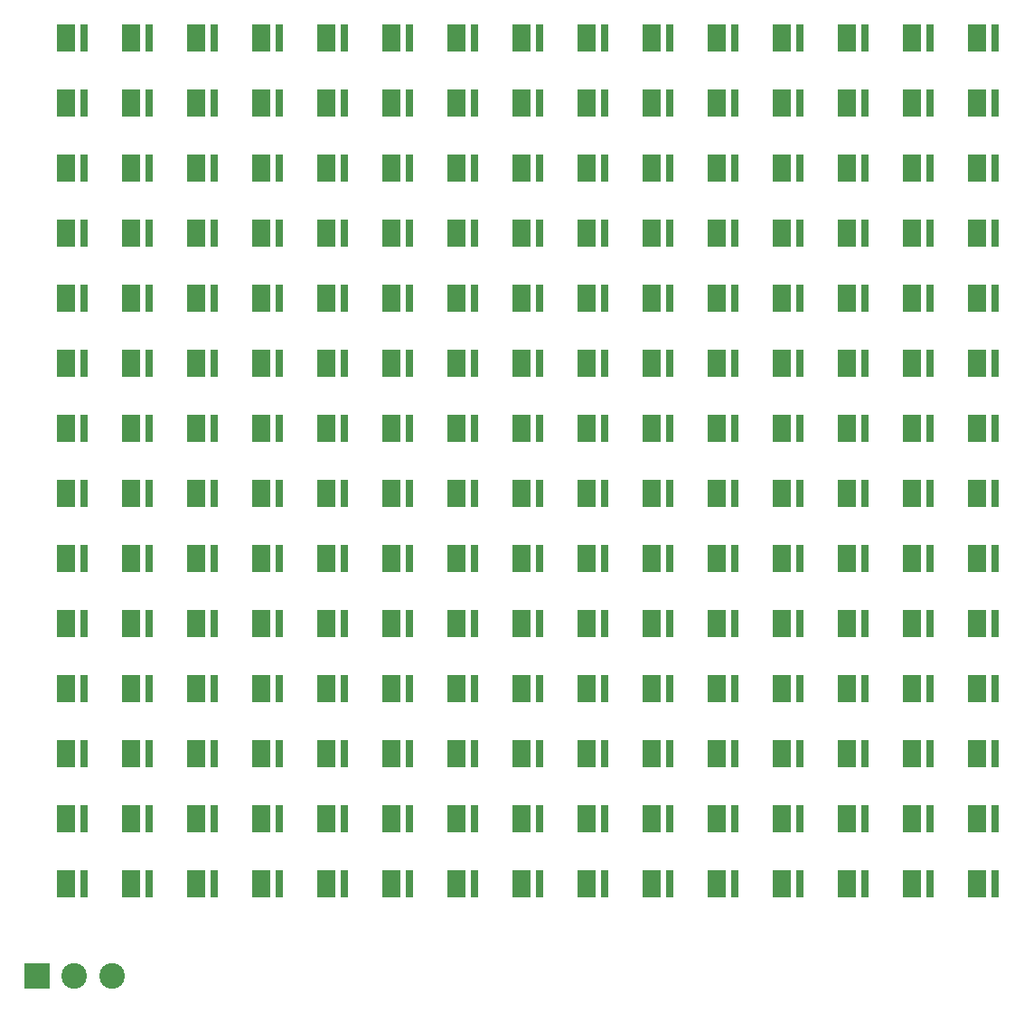
<source format=gbr>
G04 #@! TF.FileFunction,Soldermask,Bot*
%FSLAX46Y46*%
G04 Gerber Fmt 4.6, Leading zero omitted, Abs format (unit mm)*
G04 Created by KiCad (PCBNEW 4.0.7) date Mon Aug 13 09:36:45 2018*
%MOMM*%
%LPD*%
G01*
G04 APERTURE LIST*
%ADD10C,0.100000*%
%ADD11R,2.400000X2.400000*%
%ADD12C,2.400000*%
%ADD13C,0.300000*%
%ADD14R,0.800000X2.600000*%
%ADD15R,1.800000X2.600000*%
G04 APERTURE END LIST*
D10*
D11*
X61468000Y-125984000D03*
D12*
X64968000Y-125984000D03*
X68468000Y-125984000D03*
D13*
X151130000Y-118389400D03*
X151130000Y-116306600D03*
X150114000Y-118389400D03*
X150114000Y-116306600D03*
D14*
X151206200Y-117348000D03*
D15*
X149529800Y-117348000D03*
D13*
X151130000Y-118110000D03*
X151130000Y-117856000D03*
X151130000Y-117602000D03*
X151130000Y-117348000D03*
X151130000Y-116840000D03*
X151130000Y-117094000D03*
X151130000Y-116586000D03*
X150114000Y-118110000D03*
X150114000Y-117602000D03*
X150114000Y-117094000D03*
X150114000Y-117348000D03*
X150114000Y-116840000D03*
X150114000Y-116586000D03*
X150114000Y-117856000D03*
X71882000Y-39141400D03*
X71882000Y-37058600D03*
X70866000Y-39141400D03*
X70866000Y-37058600D03*
D14*
X71958200Y-38100000D03*
D15*
X70281800Y-38100000D03*
D13*
X71882000Y-38862000D03*
X71882000Y-38608000D03*
X71882000Y-38354000D03*
X71882000Y-38100000D03*
X71882000Y-37592000D03*
X71882000Y-37846000D03*
X71882000Y-37338000D03*
X70866000Y-38862000D03*
X70866000Y-38354000D03*
X70866000Y-37846000D03*
X70866000Y-38100000D03*
X70866000Y-37592000D03*
X70866000Y-37338000D03*
X70866000Y-38608000D03*
X84074000Y-39141400D03*
X84074000Y-37058600D03*
X83058000Y-39141400D03*
X83058000Y-37058600D03*
D14*
X84150200Y-38100000D03*
D15*
X82473800Y-38100000D03*
D13*
X84074000Y-38862000D03*
X84074000Y-38608000D03*
X84074000Y-38354000D03*
X84074000Y-38100000D03*
X84074000Y-37592000D03*
X84074000Y-37846000D03*
X84074000Y-37338000D03*
X83058000Y-38862000D03*
X83058000Y-38354000D03*
X83058000Y-37846000D03*
X83058000Y-38100000D03*
X83058000Y-37592000D03*
X83058000Y-37338000D03*
X83058000Y-38608000D03*
X96266000Y-39141400D03*
X96266000Y-37058600D03*
X95250000Y-39141400D03*
X95250000Y-37058600D03*
D14*
X96342200Y-38100000D03*
D15*
X94665800Y-38100000D03*
D13*
X96266000Y-38862000D03*
X96266000Y-38608000D03*
X96266000Y-38354000D03*
X96266000Y-38100000D03*
X96266000Y-37592000D03*
X96266000Y-37846000D03*
X96266000Y-37338000D03*
X95250000Y-38862000D03*
X95250000Y-38354000D03*
X95250000Y-37846000D03*
X95250000Y-38100000D03*
X95250000Y-37592000D03*
X95250000Y-37338000D03*
X95250000Y-38608000D03*
X108458000Y-39141400D03*
X108458000Y-37058600D03*
X107442000Y-39141400D03*
X107442000Y-37058600D03*
D14*
X108534200Y-38100000D03*
D15*
X106857800Y-38100000D03*
D13*
X108458000Y-38862000D03*
X108458000Y-38608000D03*
X108458000Y-38354000D03*
X108458000Y-38100000D03*
X108458000Y-37592000D03*
X108458000Y-37846000D03*
X108458000Y-37338000D03*
X107442000Y-38862000D03*
X107442000Y-38354000D03*
X107442000Y-37846000D03*
X107442000Y-38100000D03*
X107442000Y-37592000D03*
X107442000Y-37338000D03*
X107442000Y-38608000D03*
X120650000Y-39141400D03*
X120650000Y-37058600D03*
X119634000Y-39141400D03*
X119634000Y-37058600D03*
D14*
X120726200Y-38100000D03*
D15*
X119049800Y-38100000D03*
D13*
X120650000Y-38862000D03*
X120650000Y-38608000D03*
X120650000Y-38354000D03*
X120650000Y-38100000D03*
X120650000Y-37592000D03*
X120650000Y-37846000D03*
X120650000Y-37338000D03*
X119634000Y-38862000D03*
X119634000Y-38354000D03*
X119634000Y-37846000D03*
X119634000Y-38100000D03*
X119634000Y-37592000D03*
X119634000Y-37338000D03*
X119634000Y-38608000D03*
X132842000Y-39141400D03*
X132842000Y-37058600D03*
X131826000Y-39141400D03*
X131826000Y-37058600D03*
D14*
X132918200Y-38100000D03*
D15*
X131241800Y-38100000D03*
D13*
X132842000Y-38862000D03*
X132842000Y-38608000D03*
X132842000Y-38354000D03*
X132842000Y-38100000D03*
X132842000Y-37592000D03*
X132842000Y-37846000D03*
X132842000Y-37338000D03*
X131826000Y-38862000D03*
X131826000Y-38354000D03*
X131826000Y-37846000D03*
X131826000Y-38100000D03*
X131826000Y-37592000D03*
X131826000Y-37338000D03*
X131826000Y-38608000D03*
X145034000Y-39141400D03*
X145034000Y-37058600D03*
X144018000Y-39141400D03*
X144018000Y-37058600D03*
D14*
X145110200Y-38100000D03*
D15*
X143433800Y-38100000D03*
D13*
X145034000Y-38862000D03*
X145034000Y-38608000D03*
X145034000Y-38354000D03*
X145034000Y-38100000D03*
X145034000Y-37592000D03*
X145034000Y-37846000D03*
X145034000Y-37338000D03*
X144018000Y-38862000D03*
X144018000Y-38354000D03*
X144018000Y-37846000D03*
X144018000Y-38100000D03*
X144018000Y-37592000D03*
X144018000Y-37338000D03*
X144018000Y-38608000D03*
X71882000Y-51333400D03*
X71882000Y-49250600D03*
X70866000Y-51333400D03*
X70866000Y-49250600D03*
D14*
X71958200Y-50292000D03*
D15*
X70281800Y-50292000D03*
D13*
X71882000Y-51054000D03*
X71882000Y-50800000D03*
X71882000Y-50546000D03*
X71882000Y-50292000D03*
X71882000Y-49784000D03*
X71882000Y-50038000D03*
X71882000Y-49530000D03*
X70866000Y-51054000D03*
X70866000Y-50546000D03*
X70866000Y-50038000D03*
X70866000Y-50292000D03*
X70866000Y-49784000D03*
X70866000Y-49530000D03*
X70866000Y-50800000D03*
X84074000Y-51333400D03*
X84074000Y-49250600D03*
X83058000Y-51333400D03*
X83058000Y-49250600D03*
D14*
X84150200Y-50292000D03*
D15*
X82473800Y-50292000D03*
D13*
X84074000Y-51054000D03*
X84074000Y-50800000D03*
X84074000Y-50546000D03*
X84074000Y-50292000D03*
X84074000Y-49784000D03*
X84074000Y-50038000D03*
X84074000Y-49530000D03*
X83058000Y-51054000D03*
X83058000Y-50546000D03*
X83058000Y-50038000D03*
X83058000Y-50292000D03*
X83058000Y-49784000D03*
X83058000Y-49530000D03*
X83058000Y-50800000D03*
X96266000Y-51333400D03*
X96266000Y-49250600D03*
X95250000Y-51333400D03*
X95250000Y-49250600D03*
D14*
X96342200Y-50292000D03*
D15*
X94665800Y-50292000D03*
D13*
X96266000Y-51054000D03*
X96266000Y-50800000D03*
X96266000Y-50546000D03*
X96266000Y-50292000D03*
X96266000Y-49784000D03*
X96266000Y-50038000D03*
X96266000Y-49530000D03*
X95250000Y-51054000D03*
X95250000Y-50546000D03*
X95250000Y-50038000D03*
X95250000Y-50292000D03*
X95250000Y-49784000D03*
X95250000Y-49530000D03*
X95250000Y-50800000D03*
X108458000Y-51333400D03*
X108458000Y-49250600D03*
X107442000Y-51333400D03*
X107442000Y-49250600D03*
D14*
X108534200Y-50292000D03*
D15*
X106857800Y-50292000D03*
D13*
X108458000Y-51054000D03*
X108458000Y-50800000D03*
X108458000Y-50546000D03*
X108458000Y-50292000D03*
X108458000Y-49784000D03*
X108458000Y-50038000D03*
X108458000Y-49530000D03*
X107442000Y-51054000D03*
X107442000Y-50546000D03*
X107442000Y-50038000D03*
X107442000Y-50292000D03*
X107442000Y-49784000D03*
X107442000Y-49530000D03*
X107442000Y-50800000D03*
X120650000Y-51333400D03*
X120650000Y-49250600D03*
X119634000Y-51333400D03*
X119634000Y-49250600D03*
D14*
X120726200Y-50292000D03*
D15*
X119049800Y-50292000D03*
D13*
X120650000Y-51054000D03*
X120650000Y-50800000D03*
X120650000Y-50546000D03*
X120650000Y-50292000D03*
X120650000Y-49784000D03*
X120650000Y-50038000D03*
X120650000Y-49530000D03*
X119634000Y-51054000D03*
X119634000Y-50546000D03*
X119634000Y-50038000D03*
X119634000Y-50292000D03*
X119634000Y-49784000D03*
X119634000Y-49530000D03*
X119634000Y-50800000D03*
X132842000Y-51333400D03*
X132842000Y-49250600D03*
X131826000Y-51333400D03*
X131826000Y-49250600D03*
D14*
X132918200Y-50292000D03*
D15*
X131241800Y-50292000D03*
D13*
X132842000Y-51054000D03*
X132842000Y-50800000D03*
X132842000Y-50546000D03*
X132842000Y-50292000D03*
X132842000Y-49784000D03*
X132842000Y-50038000D03*
X132842000Y-49530000D03*
X131826000Y-51054000D03*
X131826000Y-50546000D03*
X131826000Y-50038000D03*
X131826000Y-50292000D03*
X131826000Y-49784000D03*
X131826000Y-49530000D03*
X131826000Y-50800000D03*
X145034000Y-51333400D03*
X145034000Y-49250600D03*
X144018000Y-51333400D03*
X144018000Y-49250600D03*
D14*
X145110200Y-50292000D03*
D15*
X143433800Y-50292000D03*
D13*
X145034000Y-51054000D03*
X145034000Y-50800000D03*
X145034000Y-50546000D03*
X145034000Y-50292000D03*
X145034000Y-49784000D03*
X145034000Y-50038000D03*
X145034000Y-49530000D03*
X144018000Y-51054000D03*
X144018000Y-50546000D03*
X144018000Y-50038000D03*
X144018000Y-50292000D03*
X144018000Y-49784000D03*
X144018000Y-49530000D03*
X144018000Y-50800000D03*
X65786000Y-45237400D03*
X65786000Y-43154600D03*
X64770000Y-45237400D03*
X64770000Y-43154600D03*
D14*
X65862200Y-44196000D03*
D15*
X64185800Y-44196000D03*
D13*
X65786000Y-44958000D03*
X65786000Y-44704000D03*
X65786000Y-44450000D03*
X65786000Y-44196000D03*
X65786000Y-43688000D03*
X65786000Y-43942000D03*
X65786000Y-43434000D03*
X64770000Y-44958000D03*
X64770000Y-44450000D03*
X64770000Y-43942000D03*
X64770000Y-44196000D03*
X64770000Y-43688000D03*
X64770000Y-43434000D03*
X64770000Y-44704000D03*
X77978000Y-45237400D03*
X77978000Y-43154600D03*
X76962000Y-45237400D03*
X76962000Y-43154600D03*
D14*
X78054200Y-44196000D03*
D15*
X76377800Y-44196000D03*
D13*
X77978000Y-44958000D03*
X77978000Y-44704000D03*
X77978000Y-44450000D03*
X77978000Y-44196000D03*
X77978000Y-43688000D03*
X77978000Y-43942000D03*
X77978000Y-43434000D03*
X76962000Y-44958000D03*
X76962000Y-44450000D03*
X76962000Y-43942000D03*
X76962000Y-44196000D03*
X76962000Y-43688000D03*
X76962000Y-43434000D03*
X76962000Y-44704000D03*
X90170000Y-45237400D03*
X90170000Y-43154600D03*
X89154000Y-45237400D03*
X89154000Y-43154600D03*
D14*
X90246200Y-44196000D03*
D15*
X88569800Y-44196000D03*
D13*
X90170000Y-44958000D03*
X90170000Y-44704000D03*
X90170000Y-44450000D03*
X90170000Y-44196000D03*
X90170000Y-43688000D03*
X90170000Y-43942000D03*
X90170000Y-43434000D03*
X89154000Y-44958000D03*
X89154000Y-44450000D03*
X89154000Y-43942000D03*
X89154000Y-44196000D03*
X89154000Y-43688000D03*
X89154000Y-43434000D03*
X89154000Y-44704000D03*
X102362000Y-45237400D03*
X102362000Y-43154600D03*
X101346000Y-45237400D03*
X101346000Y-43154600D03*
D14*
X102438200Y-44196000D03*
D15*
X100761800Y-44196000D03*
D13*
X102362000Y-44958000D03*
X102362000Y-44704000D03*
X102362000Y-44450000D03*
X102362000Y-44196000D03*
X102362000Y-43688000D03*
X102362000Y-43942000D03*
X102362000Y-43434000D03*
X101346000Y-44958000D03*
X101346000Y-44450000D03*
X101346000Y-43942000D03*
X101346000Y-44196000D03*
X101346000Y-43688000D03*
X101346000Y-43434000D03*
X101346000Y-44704000D03*
X114554000Y-45237400D03*
X114554000Y-43154600D03*
X113538000Y-45237400D03*
X113538000Y-43154600D03*
D14*
X114630200Y-44196000D03*
D15*
X112953800Y-44196000D03*
D13*
X114554000Y-44958000D03*
X114554000Y-44704000D03*
X114554000Y-44450000D03*
X114554000Y-44196000D03*
X114554000Y-43688000D03*
X114554000Y-43942000D03*
X114554000Y-43434000D03*
X113538000Y-44958000D03*
X113538000Y-44450000D03*
X113538000Y-43942000D03*
X113538000Y-44196000D03*
X113538000Y-43688000D03*
X113538000Y-43434000D03*
X113538000Y-44704000D03*
X126746000Y-45237400D03*
X126746000Y-43154600D03*
X125730000Y-45237400D03*
X125730000Y-43154600D03*
D14*
X126822200Y-44196000D03*
D15*
X125145800Y-44196000D03*
D13*
X126746000Y-44958000D03*
X126746000Y-44704000D03*
X126746000Y-44450000D03*
X126746000Y-44196000D03*
X126746000Y-43688000D03*
X126746000Y-43942000D03*
X126746000Y-43434000D03*
X125730000Y-44958000D03*
X125730000Y-44450000D03*
X125730000Y-43942000D03*
X125730000Y-44196000D03*
X125730000Y-43688000D03*
X125730000Y-43434000D03*
X125730000Y-44704000D03*
X138938000Y-45237400D03*
X138938000Y-43154600D03*
X137922000Y-45237400D03*
X137922000Y-43154600D03*
D14*
X139014200Y-44196000D03*
D15*
X137337800Y-44196000D03*
D13*
X138938000Y-44958000D03*
X138938000Y-44704000D03*
X138938000Y-44450000D03*
X138938000Y-44196000D03*
X138938000Y-43688000D03*
X138938000Y-43942000D03*
X138938000Y-43434000D03*
X137922000Y-44958000D03*
X137922000Y-44450000D03*
X137922000Y-43942000D03*
X137922000Y-44196000D03*
X137922000Y-43688000D03*
X137922000Y-43434000D03*
X137922000Y-44704000D03*
X151130000Y-45237400D03*
X151130000Y-43154600D03*
X150114000Y-45237400D03*
X150114000Y-43154600D03*
D14*
X151206200Y-44196000D03*
D15*
X149529800Y-44196000D03*
D13*
X151130000Y-44958000D03*
X151130000Y-44704000D03*
X151130000Y-44450000D03*
X151130000Y-44196000D03*
X151130000Y-43688000D03*
X151130000Y-43942000D03*
X151130000Y-43434000D03*
X150114000Y-44958000D03*
X150114000Y-44450000D03*
X150114000Y-43942000D03*
X150114000Y-44196000D03*
X150114000Y-43688000D03*
X150114000Y-43434000D03*
X150114000Y-44704000D03*
X65786000Y-57429400D03*
X65786000Y-55346600D03*
X64770000Y-57429400D03*
X64770000Y-55346600D03*
D14*
X65862200Y-56388000D03*
D15*
X64185800Y-56388000D03*
D13*
X65786000Y-57150000D03*
X65786000Y-56896000D03*
X65786000Y-56642000D03*
X65786000Y-56388000D03*
X65786000Y-55880000D03*
X65786000Y-56134000D03*
X65786000Y-55626000D03*
X64770000Y-57150000D03*
X64770000Y-56642000D03*
X64770000Y-56134000D03*
X64770000Y-56388000D03*
X64770000Y-55880000D03*
X64770000Y-55626000D03*
X64770000Y-56896000D03*
X77978000Y-57429400D03*
X77978000Y-55346600D03*
X76962000Y-57429400D03*
X76962000Y-55346600D03*
D14*
X78054200Y-56388000D03*
D15*
X76377800Y-56388000D03*
D13*
X77978000Y-57150000D03*
X77978000Y-56896000D03*
X77978000Y-56642000D03*
X77978000Y-56388000D03*
X77978000Y-55880000D03*
X77978000Y-56134000D03*
X77978000Y-55626000D03*
X76962000Y-57150000D03*
X76962000Y-56642000D03*
X76962000Y-56134000D03*
X76962000Y-56388000D03*
X76962000Y-55880000D03*
X76962000Y-55626000D03*
X76962000Y-56896000D03*
X90170000Y-57429400D03*
X90170000Y-55346600D03*
X89154000Y-57429400D03*
X89154000Y-55346600D03*
D14*
X90246200Y-56388000D03*
D15*
X88569800Y-56388000D03*
D13*
X90170000Y-57150000D03*
X90170000Y-56896000D03*
X90170000Y-56642000D03*
X90170000Y-56388000D03*
X90170000Y-55880000D03*
X90170000Y-56134000D03*
X90170000Y-55626000D03*
X89154000Y-57150000D03*
X89154000Y-56642000D03*
X89154000Y-56134000D03*
X89154000Y-56388000D03*
X89154000Y-55880000D03*
X89154000Y-55626000D03*
X89154000Y-56896000D03*
X102362000Y-57429400D03*
X102362000Y-55346600D03*
X101346000Y-57429400D03*
X101346000Y-55346600D03*
D14*
X102438200Y-56388000D03*
D15*
X100761800Y-56388000D03*
D13*
X102362000Y-57150000D03*
X102362000Y-56896000D03*
X102362000Y-56642000D03*
X102362000Y-56388000D03*
X102362000Y-55880000D03*
X102362000Y-56134000D03*
X102362000Y-55626000D03*
X101346000Y-57150000D03*
X101346000Y-56642000D03*
X101346000Y-56134000D03*
X101346000Y-56388000D03*
X101346000Y-55880000D03*
X101346000Y-55626000D03*
X101346000Y-56896000D03*
X114554000Y-57429400D03*
X114554000Y-55346600D03*
X113538000Y-57429400D03*
X113538000Y-55346600D03*
D14*
X114630200Y-56388000D03*
D15*
X112953800Y-56388000D03*
D13*
X114554000Y-57150000D03*
X114554000Y-56896000D03*
X114554000Y-56642000D03*
X114554000Y-56388000D03*
X114554000Y-55880000D03*
X114554000Y-56134000D03*
X114554000Y-55626000D03*
X113538000Y-57150000D03*
X113538000Y-56642000D03*
X113538000Y-56134000D03*
X113538000Y-56388000D03*
X113538000Y-55880000D03*
X113538000Y-55626000D03*
X113538000Y-56896000D03*
X126746000Y-57429400D03*
X126746000Y-55346600D03*
X125730000Y-57429400D03*
X125730000Y-55346600D03*
D14*
X126822200Y-56388000D03*
D15*
X125145800Y-56388000D03*
D13*
X126746000Y-57150000D03*
X126746000Y-56896000D03*
X126746000Y-56642000D03*
X126746000Y-56388000D03*
X126746000Y-55880000D03*
X126746000Y-56134000D03*
X126746000Y-55626000D03*
X125730000Y-57150000D03*
X125730000Y-56642000D03*
X125730000Y-56134000D03*
X125730000Y-56388000D03*
X125730000Y-55880000D03*
X125730000Y-55626000D03*
X125730000Y-56896000D03*
X138938000Y-57429400D03*
X138938000Y-55346600D03*
X137922000Y-57429400D03*
X137922000Y-55346600D03*
D14*
X139014200Y-56388000D03*
D15*
X137337800Y-56388000D03*
D13*
X138938000Y-57150000D03*
X138938000Y-56896000D03*
X138938000Y-56642000D03*
X138938000Y-56388000D03*
X138938000Y-55880000D03*
X138938000Y-56134000D03*
X138938000Y-55626000D03*
X137922000Y-57150000D03*
X137922000Y-56642000D03*
X137922000Y-56134000D03*
X137922000Y-56388000D03*
X137922000Y-55880000D03*
X137922000Y-55626000D03*
X137922000Y-56896000D03*
X151130000Y-57429400D03*
X151130000Y-55346600D03*
X150114000Y-57429400D03*
X150114000Y-55346600D03*
D14*
X151206200Y-56388000D03*
D15*
X149529800Y-56388000D03*
D13*
X151130000Y-57150000D03*
X151130000Y-56896000D03*
X151130000Y-56642000D03*
X151130000Y-56388000D03*
X151130000Y-55880000D03*
X151130000Y-56134000D03*
X151130000Y-55626000D03*
X150114000Y-57150000D03*
X150114000Y-56642000D03*
X150114000Y-56134000D03*
X150114000Y-56388000D03*
X150114000Y-55880000D03*
X150114000Y-55626000D03*
X150114000Y-56896000D03*
X71882000Y-63525400D03*
X71882000Y-61442600D03*
X70866000Y-63525400D03*
X70866000Y-61442600D03*
D14*
X71958200Y-62484000D03*
D15*
X70281800Y-62484000D03*
D13*
X71882000Y-63246000D03*
X71882000Y-62992000D03*
X71882000Y-62738000D03*
X71882000Y-62484000D03*
X71882000Y-61976000D03*
X71882000Y-62230000D03*
X71882000Y-61722000D03*
X70866000Y-63246000D03*
X70866000Y-62738000D03*
X70866000Y-62230000D03*
X70866000Y-62484000D03*
X70866000Y-61976000D03*
X70866000Y-61722000D03*
X70866000Y-62992000D03*
X84074000Y-63525400D03*
X84074000Y-61442600D03*
X83058000Y-63525400D03*
X83058000Y-61442600D03*
D14*
X84150200Y-62484000D03*
D15*
X82473800Y-62484000D03*
D13*
X84074000Y-63246000D03*
X84074000Y-62992000D03*
X84074000Y-62738000D03*
X84074000Y-62484000D03*
X84074000Y-61976000D03*
X84074000Y-62230000D03*
X84074000Y-61722000D03*
X83058000Y-63246000D03*
X83058000Y-62738000D03*
X83058000Y-62230000D03*
X83058000Y-62484000D03*
X83058000Y-61976000D03*
X83058000Y-61722000D03*
X83058000Y-62992000D03*
X96266000Y-63525400D03*
X96266000Y-61442600D03*
X95250000Y-63525400D03*
X95250000Y-61442600D03*
D14*
X96342200Y-62484000D03*
D15*
X94665800Y-62484000D03*
D13*
X96266000Y-63246000D03*
X96266000Y-62992000D03*
X96266000Y-62738000D03*
X96266000Y-62484000D03*
X96266000Y-61976000D03*
X96266000Y-62230000D03*
X96266000Y-61722000D03*
X95250000Y-63246000D03*
X95250000Y-62738000D03*
X95250000Y-62230000D03*
X95250000Y-62484000D03*
X95250000Y-61976000D03*
X95250000Y-61722000D03*
X95250000Y-62992000D03*
X108458000Y-63525400D03*
X108458000Y-61442600D03*
X107442000Y-63525400D03*
X107442000Y-61442600D03*
D14*
X108534200Y-62484000D03*
D15*
X106857800Y-62484000D03*
D13*
X108458000Y-63246000D03*
X108458000Y-62992000D03*
X108458000Y-62738000D03*
X108458000Y-62484000D03*
X108458000Y-61976000D03*
X108458000Y-62230000D03*
X108458000Y-61722000D03*
X107442000Y-63246000D03*
X107442000Y-62738000D03*
X107442000Y-62230000D03*
X107442000Y-62484000D03*
X107442000Y-61976000D03*
X107442000Y-61722000D03*
X107442000Y-62992000D03*
X120650000Y-63525400D03*
X120650000Y-61442600D03*
X119634000Y-63525400D03*
X119634000Y-61442600D03*
D14*
X120726200Y-62484000D03*
D15*
X119049800Y-62484000D03*
D13*
X120650000Y-63246000D03*
X120650000Y-62992000D03*
X120650000Y-62738000D03*
X120650000Y-62484000D03*
X120650000Y-61976000D03*
X120650000Y-62230000D03*
X120650000Y-61722000D03*
X119634000Y-63246000D03*
X119634000Y-62738000D03*
X119634000Y-62230000D03*
X119634000Y-62484000D03*
X119634000Y-61976000D03*
X119634000Y-61722000D03*
X119634000Y-62992000D03*
X132842000Y-63525400D03*
X132842000Y-61442600D03*
X131826000Y-63525400D03*
X131826000Y-61442600D03*
D14*
X132918200Y-62484000D03*
D15*
X131241800Y-62484000D03*
D13*
X132842000Y-63246000D03*
X132842000Y-62992000D03*
X132842000Y-62738000D03*
X132842000Y-62484000D03*
X132842000Y-61976000D03*
X132842000Y-62230000D03*
X132842000Y-61722000D03*
X131826000Y-63246000D03*
X131826000Y-62738000D03*
X131826000Y-62230000D03*
X131826000Y-62484000D03*
X131826000Y-61976000D03*
X131826000Y-61722000D03*
X131826000Y-62992000D03*
X145034000Y-63525400D03*
X145034000Y-61442600D03*
X144018000Y-63525400D03*
X144018000Y-61442600D03*
D14*
X145110200Y-62484000D03*
D15*
X143433800Y-62484000D03*
D13*
X145034000Y-63246000D03*
X145034000Y-62992000D03*
X145034000Y-62738000D03*
X145034000Y-62484000D03*
X145034000Y-61976000D03*
X145034000Y-62230000D03*
X145034000Y-61722000D03*
X144018000Y-63246000D03*
X144018000Y-62738000D03*
X144018000Y-62230000D03*
X144018000Y-62484000D03*
X144018000Y-61976000D03*
X144018000Y-61722000D03*
X144018000Y-62992000D03*
X65786000Y-69621400D03*
X65786000Y-67538600D03*
X64770000Y-69621400D03*
X64770000Y-67538600D03*
D14*
X65862200Y-68580000D03*
D15*
X64185800Y-68580000D03*
D13*
X65786000Y-69342000D03*
X65786000Y-69088000D03*
X65786000Y-68834000D03*
X65786000Y-68580000D03*
X65786000Y-68072000D03*
X65786000Y-68326000D03*
X65786000Y-67818000D03*
X64770000Y-69342000D03*
X64770000Y-68834000D03*
X64770000Y-68326000D03*
X64770000Y-68580000D03*
X64770000Y-68072000D03*
X64770000Y-67818000D03*
X64770000Y-69088000D03*
X77978000Y-69621400D03*
X77978000Y-67538600D03*
X76962000Y-69621400D03*
X76962000Y-67538600D03*
D14*
X78054200Y-68580000D03*
D15*
X76377800Y-68580000D03*
D13*
X77978000Y-69342000D03*
X77978000Y-69088000D03*
X77978000Y-68834000D03*
X77978000Y-68580000D03*
X77978000Y-68072000D03*
X77978000Y-68326000D03*
X77978000Y-67818000D03*
X76962000Y-69342000D03*
X76962000Y-68834000D03*
X76962000Y-68326000D03*
X76962000Y-68580000D03*
X76962000Y-68072000D03*
X76962000Y-67818000D03*
X76962000Y-69088000D03*
X90170000Y-69621400D03*
X90170000Y-67538600D03*
X89154000Y-69621400D03*
X89154000Y-67538600D03*
D14*
X90246200Y-68580000D03*
D15*
X88569800Y-68580000D03*
D13*
X90170000Y-69342000D03*
X90170000Y-69088000D03*
X90170000Y-68834000D03*
X90170000Y-68580000D03*
X90170000Y-68072000D03*
X90170000Y-68326000D03*
X90170000Y-67818000D03*
X89154000Y-69342000D03*
X89154000Y-68834000D03*
X89154000Y-68326000D03*
X89154000Y-68580000D03*
X89154000Y-68072000D03*
X89154000Y-67818000D03*
X89154000Y-69088000D03*
X102362000Y-69621400D03*
X102362000Y-67538600D03*
X101346000Y-69621400D03*
X101346000Y-67538600D03*
D14*
X102438200Y-68580000D03*
D15*
X100761800Y-68580000D03*
D13*
X102362000Y-69342000D03*
X102362000Y-69088000D03*
X102362000Y-68834000D03*
X102362000Y-68580000D03*
X102362000Y-68072000D03*
X102362000Y-68326000D03*
X102362000Y-67818000D03*
X101346000Y-69342000D03*
X101346000Y-68834000D03*
X101346000Y-68326000D03*
X101346000Y-68580000D03*
X101346000Y-68072000D03*
X101346000Y-67818000D03*
X101346000Y-69088000D03*
X114554000Y-69621400D03*
X114554000Y-67538600D03*
X113538000Y-69621400D03*
X113538000Y-67538600D03*
D14*
X114630200Y-68580000D03*
D15*
X112953800Y-68580000D03*
D13*
X114554000Y-69342000D03*
X114554000Y-69088000D03*
X114554000Y-68834000D03*
X114554000Y-68580000D03*
X114554000Y-68072000D03*
X114554000Y-68326000D03*
X114554000Y-67818000D03*
X113538000Y-69342000D03*
X113538000Y-68834000D03*
X113538000Y-68326000D03*
X113538000Y-68580000D03*
X113538000Y-68072000D03*
X113538000Y-67818000D03*
X113538000Y-69088000D03*
X126746000Y-69621400D03*
X126746000Y-67538600D03*
X125730000Y-69621400D03*
X125730000Y-67538600D03*
D14*
X126822200Y-68580000D03*
D15*
X125145800Y-68580000D03*
D13*
X126746000Y-69342000D03*
X126746000Y-69088000D03*
X126746000Y-68834000D03*
X126746000Y-68580000D03*
X126746000Y-68072000D03*
X126746000Y-68326000D03*
X126746000Y-67818000D03*
X125730000Y-69342000D03*
X125730000Y-68834000D03*
X125730000Y-68326000D03*
X125730000Y-68580000D03*
X125730000Y-68072000D03*
X125730000Y-67818000D03*
X125730000Y-69088000D03*
X138938000Y-69621400D03*
X138938000Y-67538600D03*
X137922000Y-69621400D03*
X137922000Y-67538600D03*
D14*
X139014200Y-68580000D03*
D15*
X137337800Y-68580000D03*
D13*
X138938000Y-69342000D03*
X138938000Y-69088000D03*
X138938000Y-68834000D03*
X138938000Y-68580000D03*
X138938000Y-68072000D03*
X138938000Y-68326000D03*
X138938000Y-67818000D03*
X137922000Y-69342000D03*
X137922000Y-68834000D03*
X137922000Y-68326000D03*
X137922000Y-68580000D03*
X137922000Y-68072000D03*
X137922000Y-67818000D03*
X137922000Y-69088000D03*
X151130000Y-69621400D03*
X151130000Y-67538600D03*
X150114000Y-69621400D03*
X150114000Y-67538600D03*
D14*
X151206200Y-68580000D03*
D15*
X149529800Y-68580000D03*
D13*
X151130000Y-69342000D03*
X151130000Y-69088000D03*
X151130000Y-68834000D03*
X151130000Y-68580000D03*
X151130000Y-68072000D03*
X151130000Y-68326000D03*
X151130000Y-67818000D03*
X150114000Y-69342000D03*
X150114000Y-68834000D03*
X150114000Y-68326000D03*
X150114000Y-68580000D03*
X150114000Y-68072000D03*
X150114000Y-67818000D03*
X150114000Y-69088000D03*
X71882000Y-75717400D03*
X71882000Y-73634600D03*
X70866000Y-75717400D03*
X70866000Y-73634600D03*
D14*
X71958200Y-74676000D03*
D15*
X70281800Y-74676000D03*
D13*
X71882000Y-75438000D03*
X71882000Y-75184000D03*
X71882000Y-74930000D03*
X71882000Y-74676000D03*
X71882000Y-74168000D03*
X71882000Y-74422000D03*
X71882000Y-73914000D03*
X70866000Y-75438000D03*
X70866000Y-74930000D03*
X70866000Y-74422000D03*
X70866000Y-74676000D03*
X70866000Y-74168000D03*
X70866000Y-73914000D03*
X70866000Y-75184000D03*
X84074000Y-75717400D03*
X84074000Y-73634600D03*
X83058000Y-75717400D03*
X83058000Y-73634600D03*
D14*
X84150200Y-74676000D03*
D15*
X82473800Y-74676000D03*
D13*
X84074000Y-75438000D03*
X84074000Y-75184000D03*
X84074000Y-74930000D03*
X84074000Y-74676000D03*
X84074000Y-74168000D03*
X84074000Y-74422000D03*
X84074000Y-73914000D03*
X83058000Y-75438000D03*
X83058000Y-74930000D03*
X83058000Y-74422000D03*
X83058000Y-74676000D03*
X83058000Y-74168000D03*
X83058000Y-73914000D03*
X83058000Y-75184000D03*
X96266000Y-75717400D03*
X96266000Y-73634600D03*
X95250000Y-75717400D03*
X95250000Y-73634600D03*
D14*
X96342200Y-74676000D03*
D15*
X94665800Y-74676000D03*
D13*
X96266000Y-75438000D03*
X96266000Y-75184000D03*
X96266000Y-74930000D03*
X96266000Y-74676000D03*
X96266000Y-74168000D03*
X96266000Y-74422000D03*
X96266000Y-73914000D03*
X95250000Y-75438000D03*
X95250000Y-74930000D03*
X95250000Y-74422000D03*
X95250000Y-74676000D03*
X95250000Y-74168000D03*
X95250000Y-73914000D03*
X95250000Y-75184000D03*
X108458000Y-75717400D03*
X108458000Y-73634600D03*
X107442000Y-75717400D03*
X107442000Y-73634600D03*
D14*
X108534200Y-74676000D03*
D15*
X106857800Y-74676000D03*
D13*
X108458000Y-75438000D03*
X108458000Y-75184000D03*
X108458000Y-74930000D03*
X108458000Y-74676000D03*
X108458000Y-74168000D03*
X108458000Y-74422000D03*
X108458000Y-73914000D03*
X107442000Y-75438000D03*
X107442000Y-74930000D03*
X107442000Y-74422000D03*
X107442000Y-74676000D03*
X107442000Y-74168000D03*
X107442000Y-73914000D03*
X107442000Y-75184000D03*
X120650000Y-75717400D03*
X120650000Y-73634600D03*
X119634000Y-75717400D03*
X119634000Y-73634600D03*
D14*
X120726200Y-74676000D03*
D15*
X119049800Y-74676000D03*
D13*
X120650000Y-75438000D03*
X120650000Y-75184000D03*
X120650000Y-74930000D03*
X120650000Y-74676000D03*
X120650000Y-74168000D03*
X120650000Y-74422000D03*
X120650000Y-73914000D03*
X119634000Y-75438000D03*
X119634000Y-74930000D03*
X119634000Y-74422000D03*
X119634000Y-74676000D03*
X119634000Y-74168000D03*
X119634000Y-73914000D03*
X119634000Y-75184000D03*
X132842000Y-75717400D03*
X132842000Y-73634600D03*
X131826000Y-75717400D03*
X131826000Y-73634600D03*
D14*
X132918200Y-74676000D03*
D15*
X131241800Y-74676000D03*
D13*
X132842000Y-75438000D03*
X132842000Y-75184000D03*
X132842000Y-74930000D03*
X132842000Y-74676000D03*
X132842000Y-74168000D03*
X132842000Y-74422000D03*
X132842000Y-73914000D03*
X131826000Y-75438000D03*
X131826000Y-74930000D03*
X131826000Y-74422000D03*
X131826000Y-74676000D03*
X131826000Y-74168000D03*
X131826000Y-73914000D03*
X131826000Y-75184000D03*
X145034000Y-75717400D03*
X145034000Y-73634600D03*
X144018000Y-75717400D03*
X144018000Y-73634600D03*
D14*
X145110200Y-74676000D03*
D15*
X143433800Y-74676000D03*
D13*
X145034000Y-75438000D03*
X145034000Y-75184000D03*
X145034000Y-74930000D03*
X145034000Y-74676000D03*
X145034000Y-74168000D03*
X145034000Y-74422000D03*
X145034000Y-73914000D03*
X144018000Y-75438000D03*
X144018000Y-74930000D03*
X144018000Y-74422000D03*
X144018000Y-74676000D03*
X144018000Y-74168000D03*
X144018000Y-73914000D03*
X144018000Y-75184000D03*
X65786000Y-81813400D03*
X65786000Y-79730600D03*
X64770000Y-81813400D03*
X64770000Y-79730600D03*
D14*
X65862200Y-80772000D03*
D15*
X64185800Y-80772000D03*
D13*
X65786000Y-81534000D03*
X65786000Y-81280000D03*
X65786000Y-81026000D03*
X65786000Y-80772000D03*
X65786000Y-80264000D03*
X65786000Y-80518000D03*
X65786000Y-80010000D03*
X64770000Y-81534000D03*
X64770000Y-81026000D03*
X64770000Y-80518000D03*
X64770000Y-80772000D03*
X64770000Y-80264000D03*
X64770000Y-80010000D03*
X64770000Y-81280000D03*
X77978000Y-81813400D03*
X77978000Y-79730600D03*
X76962000Y-81813400D03*
X76962000Y-79730600D03*
D14*
X78054200Y-80772000D03*
D15*
X76377800Y-80772000D03*
D13*
X77978000Y-81534000D03*
X77978000Y-81280000D03*
X77978000Y-81026000D03*
X77978000Y-80772000D03*
X77978000Y-80264000D03*
X77978000Y-80518000D03*
X77978000Y-80010000D03*
X76962000Y-81534000D03*
X76962000Y-81026000D03*
X76962000Y-80518000D03*
X76962000Y-80772000D03*
X76962000Y-80264000D03*
X76962000Y-80010000D03*
X76962000Y-81280000D03*
X90170000Y-81813400D03*
X90170000Y-79730600D03*
X89154000Y-81813400D03*
X89154000Y-79730600D03*
D14*
X90246200Y-80772000D03*
D15*
X88569800Y-80772000D03*
D13*
X90170000Y-81534000D03*
X90170000Y-81280000D03*
X90170000Y-81026000D03*
X90170000Y-80772000D03*
X90170000Y-80264000D03*
X90170000Y-80518000D03*
X90170000Y-80010000D03*
X89154000Y-81534000D03*
X89154000Y-81026000D03*
X89154000Y-80518000D03*
X89154000Y-80772000D03*
X89154000Y-80264000D03*
X89154000Y-80010000D03*
X89154000Y-81280000D03*
X102362000Y-81813400D03*
X102362000Y-79730600D03*
X101346000Y-81813400D03*
X101346000Y-79730600D03*
D14*
X102438200Y-80772000D03*
D15*
X100761800Y-80772000D03*
D13*
X102362000Y-81534000D03*
X102362000Y-81280000D03*
X102362000Y-81026000D03*
X102362000Y-80772000D03*
X102362000Y-80264000D03*
X102362000Y-80518000D03*
X102362000Y-80010000D03*
X101346000Y-81534000D03*
X101346000Y-81026000D03*
X101346000Y-80518000D03*
X101346000Y-80772000D03*
X101346000Y-80264000D03*
X101346000Y-80010000D03*
X101346000Y-81280000D03*
X114554000Y-81813400D03*
X114554000Y-79730600D03*
X113538000Y-81813400D03*
X113538000Y-79730600D03*
D14*
X114630200Y-80772000D03*
D15*
X112953800Y-80772000D03*
D13*
X114554000Y-81534000D03*
X114554000Y-81280000D03*
X114554000Y-81026000D03*
X114554000Y-80772000D03*
X114554000Y-80264000D03*
X114554000Y-80518000D03*
X114554000Y-80010000D03*
X113538000Y-81534000D03*
X113538000Y-81026000D03*
X113538000Y-80518000D03*
X113538000Y-80772000D03*
X113538000Y-80264000D03*
X113538000Y-80010000D03*
X113538000Y-81280000D03*
X126746000Y-81813400D03*
X126746000Y-79730600D03*
X125730000Y-81813400D03*
X125730000Y-79730600D03*
D14*
X126822200Y-80772000D03*
D15*
X125145800Y-80772000D03*
D13*
X126746000Y-81534000D03*
X126746000Y-81280000D03*
X126746000Y-81026000D03*
X126746000Y-80772000D03*
X126746000Y-80264000D03*
X126746000Y-80518000D03*
X126746000Y-80010000D03*
X125730000Y-81534000D03*
X125730000Y-81026000D03*
X125730000Y-80518000D03*
X125730000Y-80772000D03*
X125730000Y-80264000D03*
X125730000Y-80010000D03*
X125730000Y-81280000D03*
X138938000Y-81813400D03*
X138938000Y-79730600D03*
X137922000Y-81813400D03*
X137922000Y-79730600D03*
D14*
X139014200Y-80772000D03*
D15*
X137337800Y-80772000D03*
D13*
X138938000Y-81534000D03*
X138938000Y-81280000D03*
X138938000Y-81026000D03*
X138938000Y-80772000D03*
X138938000Y-80264000D03*
X138938000Y-80518000D03*
X138938000Y-80010000D03*
X137922000Y-81534000D03*
X137922000Y-81026000D03*
X137922000Y-80518000D03*
X137922000Y-80772000D03*
X137922000Y-80264000D03*
X137922000Y-80010000D03*
X137922000Y-81280000D03*
X151130000Y-81813400D03*
X151130000Y-79730600D03*
X150114000Y-81813400D03*
X150114000Y-79730600D03*
D14*
X151206200Y-80772000D03*
D15*
X149529800Y-80772000D03*
D13*
X151130000Y-81534000D03*
X151130000Y-81280000D03*
X151130000Y-81026000D03*
X151130000Y-80772000D03*
X151130000Y-80264000D03*
X151130000Y-80518000D03*
X151130000Y-80010000D03*
X150114000Y-81534000D03*
X150114000Y-81026000D03*
X150114000Y-80518000D03*
X150114000Y-80772000D03*
X150114000Y-80264000D03*
X150114000Y-80010000D03*
X150114000Y-81280000D03*
X71882000Y-87909400D03*
X71882000Y-85826600D03*
X70866000Y-87909400D03*
X70866000Y-85826600D03*
D14*
X71958200Y-86868000D03*
D15*
X70281800Y-86868000D03*
D13*
X71882000Y-87630000D03*
X71882000Y-87376000D03*
X71882000Y-87122000D03*
X71882000Y-86868000D03*
X71882000Y-86360000D03*
X71882000Y-86614000D03*
X71882000Y-86106000D03*
X70866000Y-87630000D03*
X70866000Y-87122000D03*
X70866000Y-86614000D03*
X70866000Y-86868000D03*
X70866000Y-86360000D03*
X70866000Y-86106000D03*
X70866000Y-87376000D03*
X84074000Y-87909400D03*
X84074000Y-85826600D03*
X83058000Y-87909400D03*
X83058000Y-85826600D03*
D14*
X84150200Y-86868000D03*
D15*
X82473800Y-86868000D03*
D13*
X84074000Y-87630000D03*
X84074000Y-87376000D03*
X84074000Y-87122000D03*
X84074000Y-86868000D03*
X84074000Y-86360000D03*
X84074000Y-86614000D03*
X84074000Y-86106000D03*
X83058000Y-87630000D03*
X83058000Y-87122000D03*
X83058000Y-86614000D03*
X83058000Y-86868000D03*
X83058000Y-86360000D03*
X83058000Y-86106000D03*
X83058000Y-87376000D03*
X96266000Y-87909400D03*
X96266000Y-85826600D03*
X95250000Y-87909400D03*
X95250000Y-85826600D03*
D14*
X96342200Y-86868000D03*
D15*
X94665800Y-86868000D03*
D13*
X96266000Y-87630000D03*
X96266000Y-87376000D03*
X96266000Y-87122000D03*
X96266000Y-86868000D03*
X96266000Y-86360000D03*
X96266000Y-86614000D03*
X96266000Y-86106000D03*
X95250000Y-87630000D03*
X95250000Y-87122000D03*
X95250000Y-86614000D03*
X95250000Y-86868000D03*
X95250000Y-86360000D03*
X95250000Y-86106000D03*
X95250000Y-87376000D03*
X108458000Y-87909400D03*
X108458000Y-85826600D03*
X107442000Y-87909400D03*
X107442000Y-85826600D03*
D14*
X108534200Y-86868000D03*
D15*
X106857800Y-86868000D03*
D13*
X108458000Y-87630000D03*
X108458000Y-87376000D03*
X108458000Y-87122000D03*
X108458000Y-86868000D03*
X108458000Y-86360000D03*
X108458000Y-86614000D03*
X108458000Y-86106000D03*
X107442000Y-87630000D03*
X107442000Y-87122000D03*
X107442000Y-86614000D03*
X107442000Y-86868000D03*
X107442000Y-86360000D03*
X107442000Y-86106000D03*
X107442000Y-87376000D03*
X120650000Y-87909400D03*
X120650000Y-85826600D03*
X119634000Y-87909400D03*
X119634000Y-85826600D03*
D14*
X120726200Y-86868000D03*
D15*
X119049800Y-86868000D03*
D13*
X120650000Y-87630000D03*
X120650000Y-87376000D03*
X120650000Y-87122000D03*
X120650000Y-86868000D03*
X120650000Y-86360000D03*
X120650000Y-86614000D03*
X120650000Y-86106000D03*
X119634000Y-87630000D03*
X119634000Y-87122000D03*
X119634000Y-86614000D03*
X119634000Y-86868000D03*
X119634000Y-86360000D03*
X119634000Y-86106000D03*
X119634000Y-87376000D03*
X132842000Y-87909400D03*
X132842000Y-85826600D03*
X131826000Y-87909400D03*
X131826000Y-85826600D03*
D14*
X132918200Y-86868000D03*
D15*
X131241800Y-86868000D03*
D13*
X132842000Y-87630000D03*
X132842000Y-87376000D03*
X132842000Y-87122000D03*
X132842000Y-86868000D03*
X132842000Y-86360000D03*
X132842000Y-86614000D03*
X132842000Y-86106000D03*
X131826000Y-87630000D03*
X131826000Y-87122000D03*
X131826000Y-86614000D03*
X131826000Y-86868000D03*
X131826000Y-86360000D03*
X131826000Y-86106000D03*
X131826000Y-87376000D03*
X145034000Y-87909400D03*
X145034000Y-85826600D03*
X144018000Y-87909400D03*
X144018000Y-85826600D03*
D14*
X145110200Y-86868000D03*
D15*
X143433800Y-86868000D03*
D13*
X145034000Y-87630000D03*
X145034000Y-87376000D03*
X145034000Y-87122000D03*
X145034000Y-86868000D03*
X145034000Y-86360000D03*
X145034000Y-86614000D03*
X145034000Y-86106000D03*
X144018000Y-87630000D03*
X144018000Y-87122000D03*
X144018000Y-86614000D03*
X144018000Y-86868000D03*
X144018000Y-86360000D03*
X144018000Y-86106000D03*
X144018000Y-87376000D03*
X65786000Y-94005400D03*
X65786000Y-91922600D03*
X64770000Y-94005400D03*
X64770000Y-91922600D03*
D14*
X65862200Y-92964000D03*
D15*
X64185800Y-92964000D03*
D13*
X65786000Y-93726000D03*
X65786000Y-93472000D03*
X65786000Y-93218000D03*
X65786000Y-92964000D03*
X65786000Y-92456000D03*
X65786000Y-92710000D03*
X65786000Y-92202000D03*
X64770000Y-93726000D03*
X64770000Y-93218000D03*
X64770000Y-92710000D03*
X64770000Y-92964000D03*
X64770000Y-92456000D03*
X64770000Y-92202000D03*
X64770000Y-93472000D03*
X77978000Y-94005400D03*
X77978000Y-91922600D03*
X76962000Y-94005400D03*
X76962000Y-91922600D03*
D14*
X78054200Y-92964000D03*
D15*
X76377800Y-92964000D03*
D13*
X77978000Y-93726000D03*
X77978000Y-93472000D03*
X77978000Y-93218000D03*
X77978000Y-92964000D03*
X77978000Y-92456000D03*
X77978000Y-92710000D03*
X77978000Y-92202000D03*
X76962000Y-93726000D03*
X76962000Y-93218000D03*
X76962000Y-92710000D03*
X76962000Y-92964000D03*
X76962000Y-92456000D03*
X76962000Y-92202000D03*
X76962000Y-93472000D03*
X90170000Y-94005400D03*
X90170000Y-91922600D03*
X89154000Y-94005400D03*
X89154000Y-91922600D03*
D14*
X90246200Y-92964000D03*
D15*
X88569800Y-92964000D03*
D13*
X90170000Y-93726000D03*
X90170000Y-93472000D03*
X90170000Y-93218000D03*
X90170000Y-92964000D03*
X90170000Y-92456000D03*
X90170000Y-92710000D03*
X90170000Y-92202000D03*
X89154000Y-93726000D03*
X89154000Y-93218000D03*
X89154000Y-92710000D03*
X89154000Y-92964000D03*
X89154000Y-92456000D03*
X89154000Y-92202000D03*
X89154000Y-93472000D03*
X102362000Y-94005400D03*
X102362000Y-91922600D03*
X101346000Y-94005400D03*
X101346000Y-91922600D03*
D14*
X102438200Y-92964000D03*
D15*
X100761800Y-92964000D03*
D13*
X102362000Y-93726000D03*
X102362000Y-93472000D03*
X102362000Y-93218000D03*
X102362000Y-92964000D03*
X102362000Y-92456000D03*
X102362000Y-92710000D03*
X102362000Y-92202000D03*
X101346000Y-93726000D03*
X101346000Y-93218000D03*
X101346000Y-92710000D03*
X101346000Y-92964000D03*
X101346000Y-92456000D03*
X101346000Y-92202000D03*
X101346000Y-93472000D03*
X114554000Y-94005400D03*
X114554000Y-91922600D03*
X113538000Y-94005400D03*
X113538000Y-91922600D03*
D14*
X114630200Y-92964000D03*
D15*
X112953800Y-92964000D03*
D13*
X114554000Y-93726000D03*
X114554000Y-93472000D03*
X114554000Y-93218000D03*
X114554000Y-92964000D03*
X114554000Y-92456000D03*
X114554000Y-92710000D03*
X114554000Y-92202000D03*
X113538000Y-93726000D03*
X113538000Y-93218000D03*
X113538000Y-92710000D03*
X113538000Y-92964000D03*
X113538000Y-92456000D03*
X113538000Y-92202000D03*
X113538000Y-93472000D03*
X126746000Y-94005400D03*
X126746000Y-91922600D03*
X125730000Y-94005400D03*
X125730000Y-91922600D03*
D14*
X126822200Y-92964000D03*
D15*
X125145800Y-92964000D03*
D13*
X126746000Y-93726000D03*
X126746000Y-93472000D03*
X126746000Y-93218000D03*
X126746000Y-92964000D03*
X126746000Y-92456000D03*
X126746000Y-92710000D03*
X126746000Y-92202000D03*
X125730000Y-93726000D03*
X125730000Y-93218000D03*
X125730000Y-92710000D03*
X125730000Y-92964000D03*
X125730000Y-92456000D03*
X125730000Y-92202000D03*
X125730000Y-93472000D03*
X138938000Y-94005400D03*
X138938000Y-91922600D03*
X137922000Y-94005400D03*
X137922000Y-91922600D03*
D14*
X139014200Y-92964000D03*
D15*
X137337800Y-92964000D03*
D13*
X138938000Y-93726000D03*
X138938000Y-93472000D03*
X138938000Y-93218000D03*
X138938000Y-92964000D03*
X138938000Y-92456000D03*
X138938000Y-92710000D03*
X138938000Y-92202000D03*
X137922000Y-93726000D03*
X137922000Y-93218000D03*
X137922000Y-92710000D03*
X137922000Y-92964000D03*
X137922000Y-92456000D03*
X137922000Y-92202000D03*
X137922000Y-93472000D03*
X151130000Y-94005400D03*
X151130000Y-91922600D03*
X150114000Y-94005400D03*
X150114000Y-91922600D03*
D14*
X151206200Y-92964000D03*
D15*
X149529800Y-92964000D03*
D13*
X151130000Y-93726000D03*
X151130000Y-93472000D03*
X151130000Y-93218000D03*
X151130000Y-92964000D03*
X151130000Y-92456000D03*
X151130000Y-92710000D03*
X151130000Y-92202000D03*
X150114000Y-93726000D03*
X150114000Y-93218000D03*
X150114000Y-92710000D03*
X150114000Y-92964000D03*
X150114000Y-92456000D03*
X150114000Y-92202000D03*
X150114000Y-93472000D03*
X71882000Y-100101400D03*
X71882000Y-98018600D03*
X70866000Y-100101400D03*
X70866000Y-98018600D03*
D14*
X71958200Y-99060000D03*
D15*
X70281800Y-99060000D03*
D13*
X71882000Y-99822000D03*
X71882000Y-99568000D03*
X71882000Y-99314000D03*
X71882000Y-99060000D03*
X71882000Y-98552000D03*
X71882000Y-98806000D03*
X71882000Y-98298000D03*
X70866000Y-99822000D03*
X70866000Y-99314000D03*
X70866000Y-98806000D03*
X70866000Y-99060000D03*
X70866000Y-98552000D03*
X70866000Y-98298000D03*
X70866000Y-99568000D03*
X84074000Y-100101400D03*
X84074000Y-98018600D03*
X83058000Y-100101400D03*
X83058000Y-98018600D03*
D14*
X84150200Y-99060000D03*
D15*
X82473800Y-99060000D03*
D13*
X84074000Y-99822000D03*
X84074000Y-99568000D03*
X84074000Y-99314000D03*
X84074000Y-99060000D03*
X84074000Y-98552000D03*
X84074000Y-98806000D03*
X84074000Y-98298000D03*
X83058000Y-99822000D03*
X83058000Y-99314000D03*
X83058000Y-98806000D03*
X83058000Y-99060000D03*
X83058000Y-98552000D03*
X83058000Y-98298000D03*
X83058000Y-99568000D03*
X96266000Y-100101400D03*
X96266000Y-98018600D03*
X95250000Y-100101400D03*
X95250000Y-98018600D03*
D14*
X96342200Y-99060000D03*
D15*
X94665800Y-99060000D03*
D13*
X96266000Y-99822000D03*
X96266000Y-99568000D03*
X96266000Y-99314000D03*
X96266000Y-99060000D03*
X96266000Y-98552000D03*
X96266000Y-98806000D03*
X96266000Y-98298000D03*
X95250000Y-99822000D03*
X95250000Y-99314000D03*
X95250000Y-98806000D03*
X95250000Y-99060000D03*
X95250000Y-98552000D03*
X95250000Y-98298000D03*
X95250000Y-99568000D03*
X108458000Y-100101400D03*
X108458000Y-98018600D03*
X107442000Y-100101400D03*
X107442000Y-98018600D03*
D14*
X108534200Y-99060000D03*
D15*
X106857800Y-99060000D03*
D13*
X108458000Y-99822000D03*
X108458000Y-99568000D03*
X108458000Y-99314000D03*
X108458000Y-99060000D03*
X108458000Y-98552000D03*
X108458000Y-98806000D03*
X108458000Y-98298000D03*
X107442000Y-99822000D03*
X107442000Y-99314000D03*
X107442000Y-98806000D03*
X107442000Y-99060000D03*
X107442000Y-98552000D03*
X107442000Y-98298000D03*
X107442000Y-99568000D03*
X120650000Y-100101400D03*
X120650000Y-98018600D03*
X119634000Y-100101400D03*
X119634000Y-98018600D03*
D14*
X120726200Y-99060000D03*
D15*
X119049800Y-99060000D03*
D13*
X120650000Y-99822000D03*
X120650000Y-99568000D03*
X120650000Y-99314000D03*
X120650000Y-99060000D03*
X120650000Y-98552000D03*
X120650000Y-98806000D03*
X120650000Y-98298000D03*
X119634000Y-99822000D03*
X119634000Y-99314000D03*
X119634000Y-98806000D03*
X119634000Y-99060000D03*
X119634000Y-98552000D03*
X119634000Y-98298000D03*
X119634000Y-99568000D03*
X132842000Y-100101400D03*
X132842000Y-98018600D03*
X131826000Y-100101400D03*
X131826000Y-98018600D03*
D14*
X132918200Y-99060000D03*
D15*
X131241800Y-99060000D03*
D13*
X132842000Y-99822000D03*
X132842000Y-99568000D03*
X132842000Y-99314000D03*
X132842000Y-99060000D03*
X132842000Y-98552000D03*
X132842000Y-98806000D03*
X132842000Y-98298000D03*
X131826000Y-99822000D03*
X131826000Y-99314000D03*
X131826000Y-98806000D03*
X131826000Y-99060000D03*
X131826000Y-98552000D03*
X131826000Y-98298000D03*
X131826000Y-99568000D03*
X145034000Y-100101400D03*
X145034000Y-98018600D03*
X144018000Y-100101400D03*
X144018000Y-98018600D03*
D14*
X145110200Y-99060000D03*
D15*
X143433800Y-99060000D03*
D13*
X145034000Y-99822000D03*
X145034000Y-99568000D03*
X145034000Y-99314000D03*
X145034000Y-99060000D03*
X145034000Y-98552000D03*
X145034000Y-98806000D03*
X145034000Y-98298000D03*
X144018000Y-99822000D03*
X144018000Y-99314000D03*
X144018000Y-98806000D03*
X144018000Y-99060000D03*
X144018000Y-98552000D03*
X144018000Y-98298000D03*
X144018000Y-99568000D03*
X65786000Y-106197400D03*
X65786000Y-104114600D03*
X64770000Y-106197400D03*
X64770000Y-104114600D03*
D14*
X65862200Y-105156000D03*
D15*
X64185800Y-105156000D03*
D13*
X65786000Y-105918000D03*
X65786000Y-105664000D03*
X65786000Y-105410000D03*
X65786000Y-105156000D03*
X65786000Y-104648000D03*
X65786000Y-104902000D03*
X65786000Y-104394000D03*
X64770000Y-105918000D03*
X64770000Y-105410000D03*
X64770000Y-104902000D03*
X64770000Y-105156000D03*
X64770000Y-104648000D03*
X64770000Y-104394000D03*
X64770000Y-105664000D03*
X77978000Y-106197400D03*
X77978000Y-104114600D03*
X76962000Y-106197400D03*
X76962000Y-104114600D03*
D14*
X78054200Y-105156000D03*
D15*
X76377800Y-105156000D03*
D13*
X77978000Y-105918000D03*
X77978000Y-105664000D03*
X77978000Y-105410000D03*
X77978000Y-105156000D03*
X77978000Y-104648000D03*
X77978000Y-104902000D03*
X77978000Y-104394000D03*
X76962000Y-105918000D03*
X76962000Y-105410000D03*
X76962000Y-104902000D03*
X76962000Y-105156000D03*
X76962000Y-104648000D03*
X76962000Y-104394000D03*
X76962000Y-105664000D03*
X90170000Y-106197400D03*
X90170000Y-104114600D03*
X89154000Y-106197400D03*
X89154000Y-104114600D03*
D14*
X90246200Y-105156000D03*
D15*
X88569800Y-105156000D03*
D13*
X90170000Y-105918000D03*
X90170000Y-105664000D03*
X90170000Y-105410000D03*
X90170000Y-105156000D03*
X90170000Y-104648000D03*
X90170000Y-104902000D03*
X90170000Y-104394000D03*
X89154000Y-105918000D03*
X89154000Y-105410000D03*
X89154000Y-104902000D03*
X89154000Y-105156000D03*
X89154000Y-104648000D03*
X89154000Y-104394000D03*
X89154000Y-105664000D03*
X102362000Y-106197400D03*
X102362000Y-104114600D03*
X101346000Y-106197400D03*
X101346000Y-104114600D03*
D14*
X102438200Y-105156000D03*
D15*
X100761800Y-105156000D03*
D13*
X102362000Y-105918000D03*
X102362000Y-105664000D03*
X102362000Y-105410000D03*
X102362000Y-105156000D03*
X102362000Y-104648000D03*
X102362000Y-104902000D03*
X102362000Y-104394000D03*
X101346000Y-105918000D03*
X101346000Y-105410000D03*
X101346000Y-104902000D03*
X101346000Y-105156000D03*
X101346000Y-104648000D03*
X101346000Y-104394000D03*
X101346000Y-105664000D03*
X114554000Y-106197400D03*
X114554000Y-104114600D03*
X113538000Y-106197400D03*
X113538000Y-104114600D03*
D14*
X114630200Y-105156000D03*
D15*
X112953800Y-105156000D03*
D13*
X114554000Y-105918000D03*
X114554000Y-105664000D03*
X114554000Y-105410000D03*
X114554000Y-105156000D03*
X114554000Y-104648000D03*
X114554000Y-104902000D03*
X114554000Y-104394000D03*
X113538000Y-105918000D03*
X113538000Y-105410000D03*
X113538000Y-104902000D03*
X113538000Y-105156000D03*
X113538000Y-104648000D03*
X113538000Y-104394000D03*
X113538000Y-105664000D03*
X126746000Y-106197400D03*
X126746000Y-104114600D03*
X125730000Y-106197400D03*
X125730000Y-104114600D03*
D14*
X126822200Y-105156000D03*
D15*
X125145800Y-105156000D03*
D13*
X126746000Y-105918000D03*
X126746000Y-105664000D03*
X126746000Y-105410000D03*
X126746000Y-105156000D03*
X126746000Y-104648000D03*
X126746000Y-104902000D03*
X126746000Y-104394000D03*
X125730000Y-105918000D03*
X125730000Y-105410000D03*
X125730000Y-104902000D03*
X125730000Y-105156000D03*
X125730000Y-104648000D03*
X125730000Y-104394000D03*
X125730000Y-105664000D03*
X138938000Y-106197400D03*
X138938000Y-104114600D03*
X137922000Y-106197400D03*
X137922000Y-104114600D03*
D14*
X139014200Y-105156000D03*
D15*
X137337800Y-105156000D03*
D13*
X138938000Y-105918000D03*
X138938000Y-105664000D03*
X138938000Y-105410000D03*
X138938000Y-105156000D03*
X138938000Y-104648000D03*
X138938000Y-104902000D03*
X138938000Y-104394000D03*
X137922000Y-105918000D03*
X137922000Y-105410000D03*
X137922000Y-104902000D03*
X137922000Y-105156000D03*
X137922000Y-104648000D03*
X137922000Y-104394000D03*
X137922000Y-105664000D03*
X151130000Y-106197400D03*
X151130000Y-104114600D03*
X150114000Y-106197400D03*
X150114000Y-104114600D03*
D14*
X151206200Y-105156000D03*
D15*
X149529800Y-105156000D03*
D13*
X151130000Y-105918000D03*
X151130000Y-105664000D03*
X151130000Y-105410000D03*
X151130000Y-105156000D03*
X151130000Y-104648000D03*
X151130000Y-104902000D03*
X151130000Y-104394000D03*
X150114000Y-105918000D03*
X150114000Y-105410000D03*
X150114000Y-104902000D03*
X150114000Y-105156000D03*
X150114000Y-104648000D03*
X150114000Y-104394000D03*
X150114000Y-105664000D03*
X71882000Y-112293400D03*
X71882000Y-110210600D03*
X70866000Y-112293400D03*
X70866000Y-110210600D03*
D14*
X71958200Y-111252000D03*
D15*
X70281800Y-111252000D03*
D13*
X71882000Y-112014000D03*
X71882000Y-111760000D03*
X71882000Y-111506000D03*
X71882000Y-111252000D03*
X71882000Y-110744000D03*
X71882000Y-110998000D03*
X71882000Y-110490000D03*
X70866000Y-112014000D03*
X70866000Y-111506000D03*
X70866000Y-110998000D03*
X70866000Y-111252000D03*
X70866000Y-110744000D03*
X70866000Y-110490000D03*
X70866000Y-111760000D03*
X84074000Y-112293400D03*
X84074000Y-110210600D03*
X83058000Y-112293400D03*
X83058000Y-110210600D03*
D14*
X84150200Y-111252000D03*
D15*
X82473800Y-111252000D03*
D13*
X84074000Y-112014000D03*
X84074000Y-111760000D03*
X84074000Y-111506000D03*
X84074000Y-111252000D03*
X84074000Y-110744000D03*
X84074000Y-110998000D03*
X84074000Y-110490000D03*
X83058000Y-112014000D03*
X83058000Y-111506000D03*
X83058000Y-110998000D03*
X83058000Y-111252000D03*
X83058000Y-110744000D03*
X83058000Y-110490000D03*
X83058000Y-111760000D03*
X96266000Y-112293400D03*
X96266000Y-110210600D03*
X95250000Y-112293400D03*
X95250000Y-110210600D03*
D14*
X96342200Y-111252000D03*
D15*
X94665800Y-111252000D03*
D13*
X96266000Y-112014000D03*
X96266000Y-111760000D03*
X96266000Y-111506000D03*
X96266000Y-111252000D03*
X96266000Y-110744000D03*
X96266000Y-110998000D03*
X96266000Y-110490000D03*
X95250000Y-112014000D03*
X95250000Y-111506000D03*
X95250000Y-110998000D03*
X95250000Y-111252000D03*
X95250000Y-110744000D03*
X95250000Y-110490000D03*
X95250000Y-111760000D03*
X108458000Y-112293400D03*
X108458000Y-110210600D03*
X107442000Y-112293400D03*
X107442000Y-110210600D03*
D14*
X108534200Y-111252000D03*
D15*
X106857800Y-111252000D03*
D13*
X108458000Y-112014000D03*
X108458000Y-111760000D03*
X108458000Y-111506000D03*
X108458000Y-111252000D03*
X108458000Y-110744000D03*
X108458000Y-110998000D03*
X108458000Y-110490000D03*
X107442000Y-112014000D03*
X107442000Y-111506000D03*
X107442000Y-110998000D03*
X107442000Y-111252000D03*
X107442000Y-110744000D03*
X107442000Y-110490000D03*
X107442000Y-111760000D03*
X120650000Y-112293400D03*
X120650000Y-110210600D03*
X119634000Y-112293400D03*
X119634000Y-110210600D03*
D14*
X120726200Y-111252000D03*
D15*
X119049800Y-111252000D03*
D13*
X120650000Y-112014000D03*
X120650000Y-111760000D03*
X120650000Y-111506000D03*
X120650000Y-111252000D03*
X120650000Y-110744000D03*
X120650000Y-110998000D03*
X120650000Y-110490000D03*
X119634000Y-112014000D03*
X119634000Y-111506000D03*
X119634000Y-110998000D03*
X119634000Y-111252000D03*
X119634000Y-110744000D03*
X119634000Y-110490000D03*
X119634000Y-111760000D03*
X132842000Y-112293400D03*
X132842000Y-110210600D03*
X131826000Y-112293400D03*
X131826000Y-110210600D03*
D14*
X132918200Y-111252000D03*
D15*
X131241800Y-111252000D03*
D13*
X132842000Y-112014000D03*
X132842000Y-111760000D03*
X132842000Y-111506000D03*
X132842000Y-111252000D03*
X132842000Y-110744000D03*
X132842000Y-110998000D03*
X132842000Y-110490000D03*
X131826000Y-112014000D03*
X131826000Y-111506000D03*
X131826000Y-110998000D03*
X131826000Y-111252000D03*
X131826000Y-110744000D03*
X131826000Y-110490000D03*
X131826000Y-111760000D03*
X145034000Y-112293400D03*
X145034000Y-110210600D03*
X144018000Y-112293400D03*
X144018000Y-110210600D03*
D14*
X145110200Y-111252000D03*
D15*
X143433800Y-111252000D03*
D13*
X145034000Y-112014000D03*
X145034000Y-111760000D03*
X145034000Y-111506000D03*
X145034000Y-111252000D03*
X145034000Y-110744000D03*
X145034000Y-110998000D03*
X145034000Y-110490000D03*
X144018000Y-112014000D03*
X144018000Y-111506000D03*
X144018000Y-110998000D03*
X144018000Y-111252000D03*
X144018000Y-110744000D03*
X144018000Y-110490000D03*
X144018000Y-111760000D03*
X65786000Y-118389400D03*
X65786000Y-116306600D03*
X64770000Y-118389400D03*
X64770000Y-116306600D03*
D14*
X65862200Y-117348000D03*
D15*
X64185800Y-117348000D03*
D13*
X65786000Y-118110000D03*
X65786000Y-117856000D03*
X65786000Y-117602000D03*
X65786000Y-117348000D03*
X65786000Y-116840000D03*
X65786000Y-117094000D03*
X65786000Y-116586000D03*
X64770000Y-118110000D03*
X64770000Y-117602000D03*
X64770000Y-117094000D03*
X64770000Y-117348000D03*
X64770000Y-116840000D03*
X64770000Y-116586000D03*
X64770000Y-117856000D03*
X77978000Y-118389400D03*
X77978000Y-116306600D03*
X76962000Y-118389400D03*
X76962000Y-116306600D03*
D14*
X78054200Y-117348000D03*
D15*
X76377800Y-117348000D03*
D13*
X77978000Y-118110000D03*
X77978000Y-117856000D03*
X77978000Y-117602000D03*
X77978000Y-117348000D03*
X77978000Y-116840000D03*
X77978000Y-117094000D03*
X77978000Y-116586000D03*
X76962000Y-118110000D03*
X76962000Y-117602000D03*
X76962000Y-117094000D03*
X76962000Y-117348000D03*
X76962000Y-116840000D03*
X76962000Y-116586000D03*
X76962000Y-117856000D03*
X90170000Y-118389400D03*
X90170000Y-116306600D03*
X89154000Y-118389400D03*
X89154000Y-116306600D03*
D14*
X90246200Y-117348000D03*
D15*
X88569800Y-117348000D03*
D13*
X90170000Y-118110000D03*
X90170000Y-117856000D03*
X90170000Y-117602000D03*
X90170000Y-117348000D03*
X90170000Y-116840000D03*
X90170000Y-117094000D03*
X90170000Y-116586000D03*
X89154000Y-118110000D03*
X89154000Y-117602000D03*
X89154000Y-117094000D03*
X89154000Y-117348000D03*
X89154000Y-116840000D03*
X89154000Y-116586000D03*
X89154000Y-117856000D03*
X102362000Y-118389400D03*
X102362000Y-116306600D03*
X101346000Y-118389400D03*
X101346000Y-116306600D03*
D14*
X102438200Y-117348000D03*
D15*
X100761800Y-117348000D03*
D13*
X102362000Y-118110000D03*
X102362000Y-117856000D03*
X102362000Y-117602000D03*
X102362000Y-117348000D03*
X102362000Y-116840000D03*
X102362000Y-117094000D03*
X102362000Y-116586000D03*
X101346000Y-118110000D03*
X101346000Y-117602000D03*
X101346000Y-117094000D03*
X101346000Y-117348000D03*
X101346000Y-116840000D03*
X101346000Y-116586000D03*
X101346000Y-117856000D03*
X114554000Y-118389400D03*
X114554000Y-116306600D03*
X113538000Y-118389400D03*
X113538000Y-116306600D03*
D14*
X114630200Y-117348000D03*
D15*
X112953800Y-117348000D03*
D13*
X114554000Y-118110000D03*
X114554000Y-117856000D03*
X114554000Y-117602000D03*
X114554000Y-117348000D03*
X114554000Y-116840000D03*
X114554000Y-117094000D03*
X114554000Y-116586000D03*
X113538000Y-118110000D03*
X113538000Y-117602000D03*
X113538000Y-117094000D03*
X113538000Y-117348000D03*
X113538000Y-116840000D03*
X113538000Y-116586000D03*
X113538000Y-117856000D03*
X126746000Y-118389400D03*
X126746000Y-116306600D03*
X125730000Y-118389400D03*
X125730000Y-116306600D03*
D14*
X126822200Y-117348000D03*
D15*
X125145800Y-117348000D03*
D13*
X126746000Y-118110000D03*
X126746000Y-117856000D03*
X126746000Y-117602000D03*
X126746000Y-117348000D03*
X126746000Y-116840000D03*
X126746000Y-117094000D03*
X126746000Y-116586000D03*
X125730000Y-118110000D03*
X125730000Y-117602000D03*
X125730000Y-117094000D03*
X125730000Y-117348000D03*
X125730000Y-116840000D03*
X125730000Y-116586000D03*
X125730000Y-117856000D03*
X138938000Y-118389400D03*
X138938000Y-116306600D03*
X137922000Y-118389400D03*
X137922000Y-116306600D03*
D14*
X139014200Y-117348000D03*
D15*
X137337800Y-117348000D03*
D13*
X138938000Y-118110000D03*
X138938000Y-117856000D03*
X138938000Y-117602000D03*
X138938000Y-117348000D03*
X138938000Y-116840000D03*
X138938000Y-117094000D03*
X138938000Y-116586000D03*
X137922000Y-118110000D03*
X137922000Y-117602000D03*
X137922000Y-117094000D03*
X137922000Y-117348000D03*
X137922000Y-116840000D03*
X137922000Y-116586000D03*
X137922000Y-117856000D03*
X65786000Y-39141400D03*
X65786000Y-37058600D03*
X64770000Y-39141400D03*
X64770000Y-37058600D03*
D14*
X65862200Y-38100000D03*
D15*
X64185800Y-38100000D03*
D13*
X65786000Y-38862000D03*
X65786000Y-38608000D03*
X65786000Y-38354000D03*
X65786000Y-38100000D03*
X65786000Y-37592000D03*
X65786000Y-37846000D03*
X65786000Y-37338000D03*
X64770000Y-38862000D03*
X64770000Y-38354000D03*
X64770000Y-37846000D03*
X64770000Y-38100000D03*
X64770000Y-37592000D03*
X64770000Y-37338000D03*
X64770000Y-38608000D03*
X77978000Y-39141400D03*
X77978000Y-37058600D03*
X76962000Y-39141400D03*
X76962000Y-37058600D03*
D14*
X78054200Y-38100000D03*
D15*
X76377800Y-38100000D03*
D13*
X77978000Y-38862000D03*
X77978000Y-38608000D03*
X77978000Y-38354000D03*
X77978000Y-38100000D03*
X77978000Y-37592000D03*
X77978000Y-37846000D03*
X77978000Y-37338000D03*
X76962000Y-38862000D03*
X76962000Y-38354000D03*
X76962000Y-37846000D03*
X76962000Y-38100000D03*
X76962000Y-37592000D03*
X76962000Y-37338000D03*
X76962000Y-38608000D03*
X90170000Y-39141400D03*
X90170000Y-37058600D03*
X89154000Y-39141400D03*
X89154000Y-37058600D03*
D14*
X90246200Y-38100000D03*
D15*
X88569800Y-38100000D03*
D13*
X90170000Y-38862000D03*
X90170000Y-38608000D03*
X90170000Y-38354000D03*
X90170000Y-38100000D03*
X90170000Y-37592000D03*
X90170000Y-37846000D03*
X90170000Y-37338000D03*
X89154000Y-38862000D03*
X89154000Y-38354000D03*
X89154000Y-37846000D03*
X89154000Y-38100000D03*
X89154000Y-37592000D03*
X89154000Y-37338000D03*
X89154000Y-38608000D03*
X102362000Y-39141400D03*
X102362000Y-37058600D03*
X101346000Y-39141400D03*
X101346000Y-37058600D03*
D14*
X102438200Y-38100000D03*
D15*
X100761800Y-38100000D03*
D13*
X102362000Y-38862000D03*
X102362000Y-38608000D03*
X102362000Y-38354000D03*
X102362000Y-38100000D03*
X102362000Y-37592000D03*
X102362000Y-37846000D03*
X102362000Y-37338000D03*
X101346000Y-38862000D03*
X101346000Y-38354000D03*
X101346000Y-37846000D03*
X101346000Y-38100000D03*
X101346000Y-37592000D03*
X101346000Y-37338000D03*
X101346000Y-38608000D03*
X114554000Y-39141400D03*
X114554000Y-37058600D03*
X113538000Y-39141400D03*
X113538000Y-37058600D03*
D14*
X114630200Y-38100000D03*
D15*
X112953800Y-38100000D03*
D13*
X114554000Y-38862000D03*
X114554000Y-38608000D03*
X114554000Y-38354000D03*
X114554000Y-38100000D03*
X114554000Y-37592000D03*
X114554000Y-37846000D03*
X114554000Y-37338000D03*
X113538000Y-38862000D03*
X113538000Y-38354000D03*
X113538000Y-37846000D03*
X113538000Y-38100000D03*
X113538000Y-37592000D03*
X113538000Y-37338000D03*
X113538000Y-38608000D03*
X126746000Y-39141400D03*
X126746000Y-37058600D03*
X125730000Y-39141400D03*
X125730000Y-37058600D03*
D14*
X126822200Y-38100000D03*
D15*
X125145800Y-38100000D03*
D13*
X126746000Y-38862000D03*
X126746000Y-38608000D03*
X126746000Y-38354000D03*
X126746000Y-38100000D03*
X126746000Y-37592000D03*
X126746000Y-37846000D03*
X126746000Y-37338000D03*
X125730000Y-38862000D03*
X125730000Y-38354000D03*
X125730000Y-37846000D03*
X125730000Y-38100000D03*
X125730000Y-37592000D03*
X125730000Y-37338000D03*
X125730000Y-38608000D03*
X138938000Y-39141400D03*
X138938000Y-37058600D03*
X137922000Y-39141400D03*
X137922000Y-37058600D03*
D14*
X139014200Y-38100000D03*
D15*
X137337800Y-38100000D03*
D13*
X138938000Y-38862000D03*
X138938000Y-38608000D03*
X138938000Y-38354000D03*
X138938000Y-38100000D03*
X138938000Y-37592000D03*
X138938000Y-37846000D03*
X138938000Y-37338000D03*
X137922000Y-38862000D03*
X137922000Y-38354000D03*
X137922000Y-37846000D03*
X137922000Y-38100000D03*
X137922000Y-37592000D03*
X137922000Y-37338000D03*
X137922000Y-38608000D03*
X65786000Y-51333400D03*
X65786000Y-49250600D03*
X64770000Y-51333400D03*
X64770000Y-49250600D03*
D14*
X65862200Y-50292000D03*
D15*
X64185800Y-50292000D03*
D13*
X65786000Y-51054000D03*
X65786000Y-50800000D03*
X65786000Y-50546000D03*
X65786000Y-50292000D03*
X65786000Y-49784000D03*
X65786000Y-50038000D03*
X65786000Y-49530000D03*
X64770000Y-51054000D03*
X64770000Y-50546000D03*
X64770000Y-50038000D03*
X64770000Y-50292000D03*
X64770000Y-49784000D03*
X64770000Y-49530000D03*
X64770000Y-50800000D03*
X77978000Y-51333400D03*
X77978000Y-49250600D03*
X76962000Y-51333400D03*
X76962000Y-49250600D03*
D14*
X78054200Y-50292000D03*
D15*
X76377800Y-50292000D03*
D13*
X77978000Y-51054000D03*
X77978000Y-50800000D03*
X77978000Y-50546000D03*
X77978000Y-50292000D03*
X77978000Y-49784000D03*
X77978000Y-50038000D03*
X77978000Y-49530000D03*
X76962000Y-51054000D03*
X76962000Y-50546000D03*
X76962000Y-50038000D03*
X76962000Y-50292000D03*
X76962000Y-49784000D03*
X76962000Y-49530000D03*
X76962000Y-50800000D03*
X90170000Y-51333400D03*
X90170000Y-49250600D03*
X89154000Y-51333400D03*
X89154000Y-49250600D03*
D14*
X90246200Y-50292000D03*
D15*
X88569800Y-50292000D03*
D13*
X90170000Y-51054000D03*
X90170000Y-50800000D03*
X90170000Y-50546000D03*
X90170000Y-50292000D03*
X90170000Y-49784000D03*
X90170000Y-50038000D03*
X90170000Y-49530000D03*
X89154000Y-51054000D03*
X89154000Y-50546000D03*
X89154000Y-50038000D03*
X89154000Y-50292000D03*
X89154000Y-49784000D03*
X89154000Y-49530000D03*
X89154000Y-50800000D03*
X102362000Y-51333400D03*
X102362000Y-49250600D03*
X101346000Y-51333400D03*
X101346000Y-49250600D03*
D14*
X102438200Y-50292000D03*
D15*
X100761800Y-50292000D03*
D13*
X102362000Y-51054000D03*
X102362000Y-50800000D03*
X102362000Y-50546000D03*
X102362000Y-50292000D03*
X102362000Y-49784000D03*
X102362000Y-50038000D03*
X102362000Y-49530000D03*
X101346000Y-51054000D03*
X101346000Y-50546000D03*
X101346000Y-50038000D03*
X101346000Y-50292000D03*
X101346000Y-49784000D03*
X101346000Y-49530000D03*
X101346000Y-50800000D03*
X114554000Y-51333400D03*
X114554000Y-49250600D03*
X113538000Y-51333400D03*
X113538000Y-49250600D03*
D14*
X114630200Y-50292000D03*
D15*
X112953800Y-50292000D03*
D13*
X114554000Y-51054000D03*
X114554000Y-50800000D03*
X114554000Y-50546000D03*
X114554000Y-50292000D03*
X114554000Y-49784000D03*
X114554000Y-50038000D03*
X114554000Y-49530000D03*
X113538000Y-51054000D03*
X113538000Y-50546000D03*
X113538000Y-50038000D03*
X113538000Y-50292000D03*
X113538000Y-49784000D03*
X113538000Y-49530000D03*
X113538000Y-50800000D03*
X126746000Y-51333400D03*
X126746000Y-49250600D03*
X125730000Y-51333400D03*
X125730000Y-49250600D03*
D14*
X126822200Y-50292000D03*
D15*
X125145800Y-50292000D03*
D13*
X126746000Y-51054000D03*
X126746000Y-50800000D03*
X126746000Y-50546000D03*
X126746000Y-50292000D03*
X126746000Y-49784000D03*
X126746000Y-50038000D03*
X126746000Y-49530000D03*
X125730000Y-51054000D03*
X125730000Y-50546000D03*
X125730000Y-50038000D03*
X125730000Y-50292000D03*
X125730000Y-49784000D03*
X125730000Y-49530000D03*
X125730000Y-50800000D03*
X138938000Y-51333400D03*
X138938000Y-49250600D03*
X137922000Y-51333400D03*
X137922000Y-49250600D03*
D14*
X139014200Y-50292000D03*
D15*
X137337800Y-50292000D03*
D13*
X138938000Y-51054000D03*
X138938000Y-50800000D03*
X138938000Y-50546000D03*
X138938000Y-50292000D03*
X138938000Y-49784000D03*
X138938000Y-50038000D03*
X138938000Y-49530000D03*
X137922000Y-51054000D03*
X137922000Y-50546000D03*
X137922000Y-50038000D03*
X137922000Y-50292000D03*
X137922000Y-49784000D03*
X137922000Y-49530000D03*
X137922000Y-50800000D03*
X151130000Y-51333400D03*
X151130000Y-49250600D03*
X150114000Y-51333400D03*
X150114000Y-49250600D03*
D14*
X151206200Y-50292000D03*
D15*
X149529800Y-50292000D03*
D13*
X151130000Y-51054000D03*
X151130000Y-50800000D03*
X151130000Y-50546000D03*
X151130000Y-50292000D03*
X151130000Y-49784000D03*
X151130000Y-50038000D03*
X151130000Y-49530000D03*
X150114000Y-51054000D03*
X150114000Y-50546000D03*
X150114000Y-50038000D03*
X150114000Y-50292000D03*
X150114000Y-49784000D03*
X150114000Y-49530000D03*
X150114000Y-50800000D03*
X71882000Y-45237400D03*
X71882000Y-43154600D03*
X70866000Y-45237400D03*
X70866000Y-43154600D03*
D14*
X71958200Y-44196000D03*
D15*
X70281800Y-44196000D03*
D13*
X71882000Y-44958000D03*
X71882000Y-44704000D03*
X71882000Y-44450000D03*
X71882000Y-44196000D03*
X71882000Y-43688000D03*
X71882000Y-43942000D03*
X71882000Y-43434000D03*
X70866000Y-44958000D03*
X70866000Y-44450000D03*
X70866000Y-43942000D03*
X70866000Y-44196000D03*
X70866000Y-43688000D03*
X70866000Y-43434000D03*
X70866000Y-44704000D03*
X84074000Y-45237400D03*
X84074000Y-43154600D03*
X83058000Y-45237400D03*
X83058000Y-43154600D03*
D14*
X84150200Y-44196000D03*
D15*
X82473800Y-44196000D03*
D13*
X84074000Y-44958000D03*
X84074000Y-44704000D03*
X84074000Y-44450000D03*
X84074000Y-44196000D03*
X84074000Y-43688000D03*
X84074000Y-43942000D03*
X84074000Y-43434000D03*
X83058000Y-44958000D03*
X83058000Y-44450000D03*
X83058000Y-43942000D03*
X83058000Y-44196000D03*
X83058000Y-43688000D03*
X83058000Y-43434000D03*
X83058000Y-44704000D03*
X96266000Y-45237400D03*
X96266000Y-43154600D03*
X95250000Y-45237400D03*
X95250000Y-43154600D03*
D14*
X96342200Y-44196000D03*
D15*
X94665800Y-44196000D03*
D13*
X96266000Y-44958000D03*
X96266000Y-44704000D03*
X96266000Y-44450000D03*
X96266000Y-44196000D03*
X96266000Y-43688000D03*
X96266000Y-43942000D03*
X96266000Y-43434000D03*
X95250000Y-44958000D03*
X95250000Y-44450000D03*
X95250000Y-43942000D03*
X95250000Y-44196000D03*
X95250000Y-43688000D03*
X95250000Y-43434000D03*
X95250000Y-44704000D03*
X108458000Y-45237400D03*
X108458000Y-43154600D03*
X107442000Y-45237400D03*
X107442000Y-43154600D03*
D14*
X108534200Y-44196000D03*
D15*
X106857800Y-44196000D03*
D13*
X108458000Y-44958000D03*
X108458000Y-44704000D03*
X108458000Y-44450000D03*
X108458000Y-44196000D03*
X108458000Y-43688000D03*
X108458000Y-43942000D03*
X108458000Y-43434000D03*
X107442000Y-44958000D03*
X107442000Y-44450000D03*
X107442000Y-43942000D03*
X107442000Y-44196000D03*
X107442000Y-43688000D03*
X107442000Y-43434000D03*
X107442000Y-44704000D03*
X120650000Y-45237400D03*
X120650000Y-43154600D03*
X119634000Y-45237400D03*
X119634000Y-43154600D03*
D14*
X120726200Y-44196000D03*
D15*
X119049800Y-44196000D03*
D13*
X120650000Y-44958000D03*
X120650000Y-44704000D03*
X120650000Y-44450000D03*
X120650000Y-44196000D03*
X120650000Y-43688000D03*
X120650000Y-43942000D03*
X120650000Y-43434000D03*
X119634000Y-44958000D03*
X119634000Y-44450000D03*
X119634000Y-43942000D03*
X119634000Y-44196000D03*
X119634000Y-43688000D03*
X119634000Y-43434000D03*
X119634000Y-44704000D03*
X132842000Y-45237400D03*
X132842000Y-43154600D03*
X131826000Y-45237400D03*
X131826000Y-43154600D03*
D14*
X132918200Y-44196000D03*
D15*
X131241800Y-44196000D03*
D13*
X132842000Y-44958000D03*
X132842000Y-44704000D03*
X132842000Y-44450000D03*
X132842000Y-44196000D03*
X132842000Y-43688000D03*
X132842000Y-43942000D03*
X132842000Y-43434000D03*
X131826000Y-44958000D03*
X131826000Y-44450000D03*
X131826000Y-43942000D03*
X131826000Y-44196000D03*
X131826000Y-43688000D03*
X131826000Y-43434000D03*
X131826000Y-44704000D03*
X145034000Y-45237400D03*
X145034000Y-43154600D03*
X144018000Y-45237400D03*
X144018000Y-43154600D03*
D14*
X145110200Y-44196000D03*
D15*
X143433800Y-44196000D03*
D13*
X145034000Y-44958000D03*
X145034000Y-44704000D03*
X145034000Y-44450000D03*
X145034000Y-44196000D03*
X145034000Y-43688000D03*
X145034000Y-43942000D03*
X145034000Y-43434000D03*
X144018000Y-44958000D03*
X144018000Y-44450000D03*
X144018000Y-43942000D03*
X144018000Y-44196000D03*
X144018000Y-43688000D03*
X144018000Y-43434000D03*
X144018000Y-44704000D03*
X71882000Y-57429400D03*
X71882000Y-55346600D03*
X70866000Y-57429400D03*
X70866000Y-55346600D03*
D14*
X71958200Y-56388000D03*
D15*
X70281800Y-56388000D03*
D13*
X71882000Y-57150000D03*
X71882000Y-56896000D03*
X71882000Y-56642000D03*
X71882000Y-56388000D03*
X71882000Y-55880000D03*
X71882000Y-56134000D03*
X71882000Y-55626000D03*
X70866000Y-57150000D03*
X70866000Y-56642000D03*
X70866000Y-56134000D03*
X70866000Y-56388000D03*
X70866000Y-55880000D03*
X70866000Y-55626000D03*
X70866000Y-56896000D03*
X84074000Y-57429400D03*
X84074000Y-55346600D03*
X83058000Y-57429400D03*
X83058000Y-55346600D03*
D14*
X84150200Y-56388000D03*
D15*
X82473800Y-56388000D03*
D13*
X84074000Y-57150000D03*
X84074000Y-56896000D03*
X84074000Y-56642000D03*
X84074000Y-56388000D03*
X84074000Y-55880000D03*
X84074000Y-56134000D03*
X84074000Y-55626000D03*
X83058000Y-57150000D03*
X83058000Y-56642000D03*
X83058000Y-56134000D03*
X83058000Y-56388000D03*
X83058000Y-55880000D03*
X83058000Y-55626000D03*
X83058000Y-56896000D03*
X96266000Y-57429400D03*
X96266000Y-55346600D03*
X95250000Y-57429400D03*
X95250000Y-55346600D03*
D14*
X96342200Y-56388000D03*
D15*
X94665800Y-56388000D03*
D13*
X96266000Y-57150000D03*
X96266000Y-56896000D03*
X96266000Y-56642000D03*
X96266000Y-56388000D03*
X96266000Y-55880000D03*
X96266000Y-56134000D03*
X96266000Y-55626000D03*
X95250000Y-57150000D03*
X95250000Y-56642000D03*
X95250000Y-56134000D03*
X95250000Y-56388000D03*
X95250000Y-55880000D03*
X95250000Y-55626000D03*
X95250000Y-56896000D03*
X108458000Y-57429400D03*
X108458000Y-55346600D03*
X107442000Y-57429400D03*
X107442000Y-55346600D03*
D14*
X108534200Y-56388000D03*
D15*
X106857800Y-56388000D03*
D13*
X108458000Y-57150000D03*
X108458000Y-56896000D03*
X108458000Y-56642000D03*
X108458000Y-56388000D03*
X108458000Y-55880000D03*
X108458000Y-56134000D03*
X108458000Y-55626000D03*
X107442000Y-57150000D03*
X107442000Y-56642000D03*
X107442000Y-56134000D03*
X107442000Y-56388000D03*
X107442000Y-55880000D03*
X107442000Y-55626000D03*
X107442000Y-56896000D03*
X120650000Y-57429400D03*
X120650000Y-55346600D03*
X119634000Y-57429400D03*
X119634000Y-55346600D03*
D14*
X120726200Y-56388000D03*
D15*
X119049800Y-56388000D03*
D13*
X120650000Y-57150000D03*
X120650000Y-56896000D03*
X120650000Y-56642000D03*
X120650000Y-56388000D03*
X120650000Y-55880000D03*
X120650000Y-56134000D03*
X120650000Y-55626000D03*
X119634000Y-57150000D03*
X119634000Y-56642000D03*
X119634000Y-56134000D03*
X119634000Y-56388000D03*
X119634000Y-55880000D03*
X119634000Y-55626000D03*
X119634000Y-56896000D03*
X132842000Y-57429400D03*
X132842000Y-55346600D03*
X131826000Y-57429400D03*
X131826000Y-55346600D03*
D14*
X132918200Y-56388000D03*
D15*
X131241800Y-56388000D03*
D13*
X132842000Y-57150000D03*
X132842000Y-56896000D03*
X132842000Y-56642000D03*
X132842000Y-56388000D03*
X132842000Y-55880000D03*
X132842000Y-56134000D03*
X132842000Y-55626000D03*
X131826000Y-57150000D03*
X131826000Y-56642000D03*
X131826000Y-56134000D03*
X131826000Y-56388000D03*
X131826000Y-55880000D03*
X131826000Y-55626000D03*
X131826000Y-56896000D03*
X145034000Y-57429400D03*
X145034000Y-55346600D03*
X144018000Y-57429400D03*
X144018000Y-55346600D03*
D14*
X145110200Y-56388000D03*
D15*
X143433800Y-56388000D03*
D13*
X145034000Y-57150000D03*
X145034000Y-56896000D03*
X145034000Y-56642000D03*
X145034000Y-56388000D03*
X145034000Y-55880000D03*
X145034000Y-56134000D03*
X145034000Y-55626000D03*
X144018000Y-57150000D03*
X144018000Y-56642000D03*
X144018000Y-56134000D03*
X144018000Y-56388000D03*
X144018000Y-55880000D03*
X144018000Y-55626000D03*
X144018000Y-56896000D03*
X65786000Y-63525400D03*
X65786000Y-61442600D03*
X64770000Y-63525400D03*
X64770000Y-61442600D03*
D14*
X65862200Y-62484000D03*
D15*
X64185800Y-62484000D03*
D13*
X65786000Y-63246000D03*
X65786000Y-62992000D03*
X65786000Y-62738000D03*
X65786000Y-62484000D03*
X65786000Y-61976000D03*
X65786000Y-62230000D03*
X65786000Y-61722000D03*
X64770000Y-63246000D03*
X64770000Y-62738000D03*
X64770000Y-62230000D03*
X64770000Y-62484000D03*
X64770000Y-61976000D03*
X64770000Y-61722000D03*
X64770000Y-62992000D03*
X77978000Y-63525400D03*
X77978000Y-61442600D03*
X76962000Y-63525400D03*
X76962000Y-61442600D03*
D14*
X78054200Y-62484000D03*
D15*
X76377800Y-62484000D03*
D13*
X77978000Y-63246000D03*
X77978000Y-62992000D03*
X77978000Y-62738000D03*
X77978000Y-62484000D03*
X77978000Y-61976000D03*
X77978000Y-62230000D03*
X77978000Y-61722000D03*
X76962000Y-63246000D03*
X76962000Y-62738000D03*
X76962000Y-62230000D03*
X76962000Y-62484000D03*
X76962000Y-61976000D03*
X76962000Y-61722000D03*
X76962000Y-62992000D03*
X90170000Y-63525400D03*
X90170000Y-61442600D03*
X89154000Y-63525400D03*
X89154000Y-61442600D03*
D14*
X90246200Y-62484000D03*
D15*
X88569800Y-62484000D03*
D13*
X90170000Y-63246000D03*
X90170000Y-62992000D03*
X90170000Y-62738000D03*
X90170000Y-62484000D03*
X90170000Y-61976000D03*
X90170000Y-62230000D03*
X90170000Y-61722000D03*
X89154000Y-63246000D03*
X89154000Y-62738000D03*
X89154000Y-62230000D03*
X89154000Y-62484000D03*
X89154000Y-61976000D03*
X89154000Y-61722000D03*
X89154000Y-62992000D03*
X102362000Y-63525400D03*
X102362000Y-61442600D03*
X101346000Y-63525400D03*
X101346000Y-61442600D03*
D14*
X102438200Y-62484000D03*
D15*
X100761800Y-62484000D03*
D13*
X102362000Y-63246000D03*
X102362000Y-62992000D03*
X102362000Y-62738000D03*
X102362000Y-62484000D03*
X102362000Y-61976000D03*
X102362000Y-62230000D03*
X102362000Y-61722000D03*
X101346000Y-63246000D03*
X101346000Y-62738000D03*
X101346000Y-62230000D03*
X101346000Y-62484000D03*
X101346000Y-61976000D03*
X101346000Y-61722000D03*
X101346000Y-62992000D03*
X114554000Y-63525400D03*
X114554000Y-61442600D03*
X113538000Y-63525400D03*
X113538000Y-61442600D03*
D14*
X114630200Y-62484000D03*
D15*
X112953800Y-62484000D03*
D13*
X114554000Y-63246000D03*
X114554000Y-62992000D03*
X114554000Y-62738000D03*
X114554000Y-62484000D03*
X114554000Y-61976000D03*
X114554000Y-62230000D03*
X114554000Y-61722000D03*
X113538000Y-63246000D03*
X113538000Y-62738000D03*
X113538000Y-62230000D03*
X113538000Y-62484000D03*
X113538000Y-61976000D03*
X113538000Y-61722000D03*
X113538000Y-62992000D03*
X126746000Y-63525400D03*
X126746000Y-61442600D03*
X125730000Y-63525400D03*
X125730000Y-61442600D03*
D14*
X126822200Y-62484000D03*
D15*
X125145800Y-62484000D03*
D13*
X126746000Y-63246000D03*
X126746000Y-62992000D03*
X126746000Y-62738000D03*
X126746000Y-62484000D03*
X126746000Y-61976000D03*
X126746000Y-62230000D03*
X126746000Y-61722000D03*
X125730000Y-63246000D03*
X125730000Y-62738000D03*
X125730000Y-62230000D03*
X125730000Y-62484000D03*
X125730000Y-61976000D03*
X125730000Y-61722000D03*
X125730000Y-62992000D03*
X138938000Y-63525400D03*
X138938000Y-61442600D03*
X137922000Y-63525400D03*
X137922000Y-61442600D03*
D14*
X139014200Y-62484000D03*
D15*
X137337800Y-62484000D03*
D13*
X138938000Y-63246000D03*
X138938000Y-62992000D03*
X138938000Y-62738000D03*
X138938000Y-62484000D03*
X138938000Y-61976000D03*
X138938000Y-62230000D03*
X138938000Y-61722000D03*
X137922000Y-63246000D03*
X137922000Y-62738000D03*
X137922000Y-62230000D03*
X137922000Y-62484000D03*
X137922000Y-61976000D03*
X137922000Y-61722000D03*
X137922000Y-62992000D03*
X151130000Y-63525400D03*
X151130000Y-61442600D03*
X150114000Y-63525400D03*
X150114000Y-61442600D03*
D14*
X151206200Y-62484000D03*
D15*
X149529800Y-62484000D03*
D13*
X151130000Y-63246000D03*
X151130000Y-62992000D03*
X151130000Y-62738000D03*
X151130000Y-62484000D03*
X151130000Y-61976000D03*
X151130000Y-62230000D03*
X151130000Y-61722000D03*
X150114000Y-63246000D03*
X150114000Y-62738000D03*
X150114000Y-62230000D03*
X150114000Y-62484000D03*
X150114000Y-61976000D03*
X150114000Y-61722000D03*
X150114000Y-62992000D03*
X71882000Y-69621400D03*
X71882000Y-67538600D03*
X70866000Y-69621400D03*
X70866000Y-67538600D03*
D14*
X71958200Y-68580000D03*
D15*
X70281800Y-68580000D03*
D13*
X71882000Y-69342000D03*
X71882000Y-69088000D03*
X71882000Y-68834000D03*
X71882000Y-68580000D03*
X71882000Y-68072000D03*
X71882000Y-68326000D03*
X71882000Y-67818000D03*
X70866000Y-69342000D03*
X70866000Y-68834000D03*
X70866000Y-68326000D03*
X70866000Y-68580000D03*
X70866000Y-68072000D03*
X70866000Y-67818000D03*
X70866000Y-69088000D03*
X84074000Y-69621400D03*
X84074000Y-67538600D03*
X83058000Y-69621400D03*
X83058000Y-67538600D03*
D14*
X84150200Y-68580000D03*
D15*
X82473800Y-68580000D03*
D13*
X84074000Y-69342000D03*
X84074000Y-69088000D03*
X84074000Y-68834000D03*
X84074000Y-68580000D03*
X84074000Y-68072000D03*
X84074000Y-68326000D03*
X84074000Y-67818000D03*
X83058000Y-69342000D03*
X83058000Y-68834000D03*
X83058000Y-68326000D03*
X83058000Y-68580000D03*
X83058000Y-68072000D03*
X83058000Y-67818000D03*
X83058000Y-69088000D03*
X96266000Y-69621400D03*
X96266000Y-67538600D03*
X95250000Y-69621400D03*
X95250000Y-67538600D03*
D14*
X96342200Y-68580000D03*
D15*
X94665800Y-68580000D03*
D13*
X96266000Y-69342000D03*
X96266000Y-69088000D03*
X96266000Y-68834000D03*
X96266000Y-68580000D03*
X96266000Y-68072000D03*
X96266000Y-68326000D03*
X96266000Y-67818000D03*
X95250000Y-69342000D03*
X95250000Y-68834000D03*
X95250000Y-68326000D03*
X95250000Y-68580000D03*
X95250000Y-68072000D03*
X95250000Y-67818000D03*
X95250000Y-69088000D03*
X108458000Y-69621400D03*
X108458000Y-67538600D03*
X107442000Y-69621400D03*
X107442000Y-67538600D03*
D14*
X108534200Y-68580000D03*
D15*
X106857800Y-68580000D03*
D13*
X108458000Y-69342000D03*
X108458000Y-69088000D03*
X108458000Y-68834000D03*
X108458000Y-68580000D03*
X108458000Y-68072000D03*
X108458000Y-68326000D03*
X108458000Y-67818000D03*
X107442000Y-69342000D03*
X107442000Y-68834000D03*
X107442000Y-68326000D03*
X107442000Y-68580000D03*
X107442000Y-68072000D03*
X107442000Y-67818000D03*
X107442000Y-69088000D03*
X120650000Y-69621400D03*
X120650000Y-67538600D03*
X119634000Y-69621400D03*
X119634000Y-67538600D03*
D14*
X120726200Y-68580000D03*
D15*
X119049800Y-68580000D03*
D13*
X120650000Y-69342000D03*
X120650000Y-69088000D03*
X120650000Y-68834000D03*
X120650000Y-68580000D03*
X120650000Y-68072000D03*
X120650000Y-68326000D03*
X120650000Y-67818000D03*
X119634000Y-69342000D03*
X119634000Y-68834000D03*
X119634000Y-68326000D03*
X119634000Y-68580000D03*
X119634000Y-68072000D03*
X119634000Y-67818000D03*
X119634000Y-69088000D03*
X132842000Y-69621400D03*
X132842000Y-67538600D03*
X131826000Y-69621400D03*
X131826000Y-67538600D03*
D14*
X132918200Y-68580000D03*
D15*
X131241800Y-68580000D03*
D13*
X132842000Y-69342000D03*
X132842000Y-69088000D03*
X132842000Y-68834000D03*
X132842000Y-68580000D03*
X132842000Y-68072000D03*
X132842000Y-68326000D03*
X132842000Y-67818000D03*
X131826000Y-69342000D03*
X131826000Y-68834000D03*
X131826000Y-68326000D03*
X131826000Y-68580000D03*
X131826000Y-68072000D03*
X131826000Y-67818000D03*
X131826000Y-69088000D03*
X145034000Y-69621400D03*
X145034000Y-67538600D03*
X144018000Y-69621400D03*
X144018000Y-67538600D03*
D14*
X145110200Y-68580000D03*
D15*
X143433800Y-68580000D03*
D13*
X145034000Y-69342000D03*
X145034000Y-69088000D03*
X145034000Y-68834000D03*
X145034000Y-68580000D03*
X145034000Y-68072000D03*
X145034000Y-68326000D03*
X145034000Y-67818000D03*
X144018000Y-69342000D03*
X144018000Y-68834000D03*
X144018000Y-68326000D03*
X144018000Y-68580000D03*
X144018000Y-68072000D03*
X144018000Y-67818000D03*
X144018000Y-69088000D03*
X65786000Y-75717400D03*
X65786000Y-73634600D03*
X64770000Y-75717400D03*
X64770000Y-73634600D03*
D14*
X65862200Y-74676000D03*
D15*
X64185800Y-74676000D03*
D13*
X65786000Y-75438000D03*
X65786000Y-75184000D03*
X65786000Y-74930000D03*
X65786000Y-74676000D03*
X65786000Y-74168000D03*
X65786000Y-74422000D03*
X65786000Y-73914000D03*
X64770000Y-75438000D03*
X64770000Y-74930000D03*
X64770000Y-74422000D03*
X64770000Y-74676000D03*
X64770000Y-74168000D03*
X64770000Y-73914000D03*
X64770000Y-75184000D03*
X77978000Y-75717400D03*
X77978000Y-73634600D03*
X76962000Y-75717400D03*
X76962000Y-73634600D03*
D14*
X78054200Y-74676000D03*
D15*
X76377800Y-74676000D03*
D13*
X77978000Y-75438000D03*
X77978000Y-75184000D03*
X77978000Y-74930000D03*
X77978000Y-74676000D03*
X77978000Y-74168000D03*
X77978000Y-74422000D03*
X77978000Y-73914000D03*
X76962000Y-75438000D03*
X76962000Y-74930000D03*
X76962000Y-74422000D03*
X76962000Y-74676000D03*
X76962000Y-74168000D03*
X76962000Y-73914000D03*
X76962000Y-75184000D03*
X90170000Y-75717400D03*
X90170000Y-73634600D03*
X89154000Y-75717400D03*
X89154000Y-73634600D03*
D14*
X90246200Y-74676000D03*
D15*
X88569800Y-74676000D03*
D13*
X90170000Y-75438000D03*
X90170000Y-75184000D03*
X90170000Y-74930000D03*
X90170000Y-74676000D03*
X90170000Y-74168000D03*
X90170000Y-74422000D03*
X90170000Y-73914000D03*
X89154000Y-75438000D03*
X89154000Y-74930000D03*
X89154000Y-74422000D03*
X89154000Y-74676000D03*
X89154000Y-74168000D03*
X89154000Y-73914000D03*
X89154000Y-75184000D03*
X102362000Y-75717400D03*
X102362000Y-73634600D03*
X101346000Y-75717400D03*
X101346000Y-73634600D03*
D14*
X102438200Y-74676000D03*
D15*
X100761800Y-74676000D03*
D13*
X102362000Y-75438000D03*
X102362000Y-75184000D03*
X102362000Y-74930000D03*
X102362000Y-74676000D03*
X102362000Y-74168000D03*
X102362000Y-74422000D03*
X102362000Y-73914000D03*
X101346000Y-75438000D03*
X101346000Y-74930000D03*
X101346000Y-74422000D03*
X101346000Y-74676000D03*
X101346000Y-74168000D03*
X101346000Y-73914000D03*
X101346000Y-75184000D03*
X114554000Y-75717400D03*
X114554000Y-73634600D03*
X113538000Y-75717400D03*
X113538000Y-73634600D03*
D14*
X114630200Y-74676000D03*
D15*
X112953800Y-74676000D03*
D13*
X114554000Y-75438000D03*
X114554000Y-75184000D03*
X114554000Y-74930000D03*
X114554000Y-74676000D03*
X114554000Y-74168000D03*
X114554000Y-74422000D03*
X114554000Y-73914000D03*
X113538000Y-75438000D03*
X113538000Y-74930000D03*
X113538000Y-74422000D03*
X113538000Y-74676000D03*
X113538000Y-74168000D03*
X113538000Y-73914000D03*
X113538000Y-75184000D03*
X126746000Y-75717400D03*
X126746000Y-73634600D03*
X125730000Y-75717400D03*
X125730000Y-73634600D03*
D14*
X126822200Y-74676000D03*
D15*
X125145800Y-74676000D03*
D13*
X126746000Y-75438000D03*
X126746000Y-75184000D03*
X126746000Y-74930000D03*
X126746000Y-74676000D03*
X126746000Y-74168000D03*
X126746000Y-74422000D03*
X126746000Y-73914000D03*
X125730000Y-75438000D03*
X125730000Y-74930000D03*
X125730000Y-74422000D03*
X125730000Y-74676000D03*
X125730000Y-74168000D03*
X125730000Y-73914000D03*
X125730000Y-75184000D03*
X138938000Y-75717400D03*
X138938000Y-73634600D03*
X137922000Y-75717400D03*
X137922000Y-73634600D03*
D14*
X139014200Y-74676000D03*
D15*
X137337800Y-74676000D03*
D13*
X138938000Y-75438000D03*
X138938000Y-75184000D03*
X138938000Y-74930000D03*
X138938000Y-74676000D03*
X138938000Y-74168000D03*
X138938000Y-74422000D03*
X138938000Y-73914000D03*
X137922000Y-75438000D03*
X137922000Y-74930000D03*
X137922000Y-74422000D03*
X137922000Y-74676000D03*
X137922000Y-74168000D03*
X137922000Y-73914000D03*
X137922000Y-75184000D03*
X151130000Y-75717400D03*
X151130000Y-73634600D03*
X150114000Y-75717400D03*
X150114000Y-73634600D03*
D14*
X151206200Y-74676000D03*
D15*
X149529800Y-74676000D03*
D13*
X151130000Y-75438000D03*
X151130000Y-75184000D03*
X151130000Y-74930000D03*
X151130000Y-74676000D03*
X151130000Y-74168000D03*
X151130000Y-74422000D03*
X151130000Y-73914000D03*
X150114000Y-75438000D03*
X150114000Y-74930000D03*
X150114000Y-74422000D03*
X150114000Y-74676000D03*
X150114000Y-74168000D03*
X150114000Y-73914000D03*
X150114000Y-75184000D03*
X71882000Y-81813400D03*
X71882000Y-79730600D03*
X70866000Y-81813400D03*
X70866000Y-79730600D03*
D14*
X71958200Y-80772000D03*
D15*
X70281800Y-80772000D03*
D13*
X71882000Y-81534000D03*
X71882000Y-81280000D03*
X71882000Y-81026000D03*
X71882000Y-80772000D03*
X71882000Y-80264000D03*
X71882000Y-80518000D03*
X71882000Y-80010000D03*
X70866000Y-81534000D03*
X70866000Y-81026000D03*
X70866000Y-80518000D03*
X70866000Y-80772000D03*
X70866000Y-80264000D03*
X70866000Y-80010000D03*
X70866000Y-81280000D03*
X84074000Y-81813400D03*
X84074000Y-79730600D03*
X83058000Y-81813400D03*
X83058000Y-79730600D03*
D14*
X84150200Y-80772000D03*
D15*
X82473800Y-80772000D03*
D13*
X84074000Y-81534000D03*
X84074000Y-81280000D03*
X84074000Y-81026000D03*
X84074000Y-80772000D03*
X84074000Y-80264000D03*
X84074000Y-80518000D03*
X84074000Y-80010000D03*
X83058000Y-81534000D03*
X83058000Y-81026000D03*
X83058000Y-80518000D03*
X83058000Y-80772000D03*
X83058000Y-80264000D03*
X83058000Y-80010000D03*
X83058000Y-81280000D03*
X96266000Y-81813400D03*
X96266000Y-79730600D03*
X95250000Y-81813400D03*
X95250000Y-79730600D03*
D14*
X96342200Y-80772000D03*
D15*
X94665800Y-80772000D03*
D13*
X96266000Y-81534000D03*
X96266000Y-81280000D03*
X96266000Y-81026000D03*
X96266000Y-80772000D03*
X96266000Y-80264000D03*
X96266000Y-80518000D03*
X96266000Y-80010000D03*
X95250000Y-81534000D03*
X95250000Y-81026000D03*
X95250000Y-80518000D03*
X95250000Y-80772000D03*
X95250000Y-80264000D03*
X95250000Y-80010000D03*
X95250000Y-81280000D03*
X108458000Y-81813400D03*
X108458000Y-79730600D03*
X107442000Y-81813400D03*
X107442000Y-79730600D03*
D14*
X108534200Y-80772000D03*
D15*
X106857800Y-80772000D03*
D13*
X108458000Y-81534000D03*
X108458000Y-81280000D03*
X108458000Y-81026000D03*
X108458000Y-80772000D03*
X108458000Y-80264000D03*
X108458000Y-80518000D03*
X108458000Y-80010000D03*
X107442000Y-81534000D03*
X107442000Y-81026000D03*
X107442000Y-80518000D03*
X107442000Y-80772000D03*
X107442000Y-80264000D03*
X107442000Y-80010000D03*
X107442000Y-81280000D03*
X120650000Y-81813400D03*
X120650000Y-79730600D03*
X119634000Y-81813400D03*
X119634000Y-79730600D03*
D14*
X120726200Y-80772000D03*
D15*
X119049800Y-80772000D03*
D13*
X120650000Y-81534000D03*
X120650000Y-81280000D03*
X120650000Y-81026000D03*
X120650000Y-80772000D03*
X120650000Y-80264000D03*
X120650000Y-80518000D03*
X120650000Y-80010000D03*
X119634000Y-81534000D03*
X119634000Y-81026000D03*
X119634000Y-80518000D03*
X119634000Y-80772000D03*
X119634000Y-80264000D03*
X119634000Y-80010000D03*
X119634000Y-81280000D03*
X132842000Y-81813400D03*
X132842000Y-79730600D03*
X131826000Y-81813400D03*
X131826000Y-79730600D03*
D14*
X132918200Y-80772000D03*
D15*
X131241800Y-80772000D03*
D13*
X132842000Y-81534000D03*
X132842000Y-81280000D03*
X132842000Y-81026000D03*
X132842000Y-80772000D03*
X132842000Y-80264000D03*
X132842000Y-80518000D03*
X132842000Y-80010000D03*
X131826000Y-81534000D03*
X131826000Y-81026000D03*
X131826000Y-80518000D03*
X131826000Y-80772000D03*
X131826000Y-80264000D03*
X131826000Y-80010000D03*
X131826000Y-81280000D03*
X145034000Y-81813400D03*
X145034000Y-79730600D03*
X144018000Y-81813400D03*
X144018000Y-79730600D03*
D14*
X145110200Y-80772000D03*
D15*
X143433800Y-80772000D03*
D13*
X145034000Y-81534000D03*
X145034000Y-81280000D03*
X145034000Y-81026000D03*
X145034000Y-80772000D03*
X145034000Y-80264000D03*
X145034000Y-80518000D03*
X145034000Y-80010000D03*
X144018000Y-81534000D03*
X144018000Y-81026000D03*
X144018000Y-80518000D03*
X144018000Y-80772000D03*
X144018000Y-80264000D03*
X144018000Y-80010000D03*
X144018000Y-81280000D03*
X65786000Y-87909400D03*
X65786000Y-85826600D03*
X64770000Y-87909400D03*
X64770000Y-85826600D03*
D14*
X65862200Y-86868000D03*
D15*
X64185800Y-86868000D03*
D13*
X65786000Y-87630000D03*
X65786000Y-87376000D03*
X65786000Y-87122000D03*
X65786000Y-86868000D03*
X65786000Y-86360000D03*
X65786000Y-86614000D03*
X65786000Y-86106000D03*
X64770000Y-87630000D03*
X64770000Y-87122000D03*
X64770000Y-86614000D03*
X64770000Y-86868000D03*
X64770000Y-86360000D03*
X64770000Y-86106000D03*
X64770000Y-87376000D03*
X77978000Y-87909400D03*
X77978000Y-85826600D03*
X76962000Y-87909400D03*
X76962000Y-85826600D03*
D14*
X78054200Y-86868000D03*
D15*
X76377800Y-86868000D03*
D13*
X77978000Y-87630000D03*
X77978000Y-87376000D03*
X77978000Y-87122000D03*
X77978000Y-86868000D03*
X77978000Y-86360000D03*
X77978000Y-86614000D03*
X77978000Y-86106000D03*
X76962000Y-87630000D03*
X76962000Y-87122000D03*
X76962000Y-86614000D03*
X76962000Y-86868000D03*
X76962000Y-86360000D03*
X76962000Y-86106000D03*
X76962000Y-87376000D03*
X90170000Y-87909400D03*
X90170000Y-85826600D03*
X89154000Y-87909400D03*
X89154000Y-85826600D03*
D14*
X90246200Y-86868000D03*
D15*
X88569800Y-86868000D03*
D13*
X90170000Y-87630000D03*
X90170000Y-87376000D03*
X90170000Y-87122000D03*
X90170000Y-86868000D03*
X90170000Y-86360000D03*
X90170000Y-86614000D03*
X90170000Y-86106000D03*
X89154000Y-87630000D03*
X89154000Y-87122000D03*
X89154000Y-86614000D03*
X89154000Y-86868000D03*
X89154000Y-86360000D03*
X89154000Y-86106000D03*
X89154000Y-87376000D03*
X102362000Y-87909400D03*
X102362000Y-85826600D03*
X101346000Y-87909400D03*
X101346000Y-85826600D03*
D14*
X102438200Y-86868000D03*
D15*
X100761800Y-86868000D03*
D13*
X102362000Y-87630000D03*
X102362000Y-87376000D03*
X102362000Y-87122000D03*
X102362000Y-86868000D03*
X102362000Y-86360000D03*
X102362000Y-86614000D03*
X102362000Y-86106000D03*
X101346000Y-87630000D03*
X101346000Y-87122000D03*
X101346000Y-86614000D03*
X101346000Y-86868000D03*
X101346000Y-86360000D03*
X101346000Y-86106000D03*
X101346000Y-87376000D03*
X114554000Y-87909400D03*
X114554000Y-85826600D03*
X113538000Y-87909400D03*
X113538000Y-85826600D03*
D14*
X114630200Y-86868000D03*
D15*
X112953800Y-86868000D03*
D13*
X114554000Y-87630000D03*
X114554000Y-87376000D03*
X114554000Y-87122000D03*
X114554000Y-86868000D03*
X114554000Y-86360000D03*
X114554000Y-86614000D03*
X114554000Y-86106000D03*
X113538000Y-87630000D03*
X113538000Y-87122000D03*
X113538000Y-86614000D03*
X113538000Y-86868000D03*
X113538000Y-86360000D03*
X113538000Y-86106000D03*
X113538000Y-87376000D03*
X126746000Y-87909400D03*
X126746000Y-85826600D03*
X125730000Y-87909400D03*
X125730000Y-85826600D03*
D14*
X126822200Y-86868000D03*
D15*
X125145800Y-86868000D03*
D13*
X126746000Y-87630000D03*
X126746000Y-87376000D03*
X126746000Y-87122000D03*
X126746000Y-86868000D03*
X126746000Y-86360000D03*
X126746000Y-86614000D03*
X126746000Y-86106000D03*
X125730000Y-87630000D03*
X125730000Y-87122000D03*
X125730000Y-86614000D03*
X125730000Y-86868000D03*
X125730000Y-86360000D03*
X125730000Y-86106000D03*
X125730000Y-87376000D03*
X138938000Y-87909400D03*
X138938000Y-85826600D03*
X137922000Y-87909400D03*
X137922000Y-85826600D03*
D14*
X139014200Y-86868000D03*
D15*
X137337800Y-86868000D03*
D13*
X138938000Y-87630000D03*
X138938000Y-87376000D03*
X138938000Y-87122000D03*
X138938000Y-86868000D03*
X138938000Y-86360000D03*
X138938000Y-86614000D03*
X138938000Y-86106000D03*
X137922000Y-87630000D03*
X137922000Y-87122000D03*
X137922000Y-86614000D03*
X137922000Y-86868000D03*
X137922000Y-86360000D03*
X137922000Y-86106000D03*
X137922000Y-87376000D03*
X151130000Y-87909400D03*
X151130000Y-85826600D03*
X150114000Y-87909400D03*
X150114000Y-85826600D03*
D14*
X151206200Y-86868000D03*
D15*
X149529800Y-86868000D03*
D13*
X151130000Y-87630000D03*
X151130000Y-87376000D03*
X151130000Y-87122000D03*
X151130000Y-86868000D03*
X151130000Y-86360000D03*
X151130000Y-86614000D03*
X151130000Y-86106000D03*
X150114000Y-87630000D03*
X150114000Y-87122000D03*
X150114000Y-86614000D03*
X150114000Y-86868000D03*
X150114000Y-86360000D03*
X150114000Y-86106000D03*
X150114000Y-87376000D03*
X71882000Y-94005400D03*
X71882000Y-91922600D03*
X70866000Y-94005400D03*
X70866000Y-91922600D03*
D14*
X71958200Y-92964000D03*
D15*
X70281800Y-92964000D03*
D13*
X71882000Y-93726000D03*
X71882000Y-93472000D03*
X71882000Y-93218000D03*
X71882000Y-92964000D03*
X71882000Y-92456000D03*
X71882000Y-92710000D03*
X71882000Y-92202000D03*
X70866000Y-93726000D03*
X70866000Y-93218000D03*
X70866000Y-92710000D03*
X70866000Y-92964000D03*
X70866000Y-92456000D03*
X70866000Y-92202000D03*
X70866000Y-93472000D03*
X84074000Y-94005400D03*
X84074000Y-91922600D03*
X83058000Y-94005400D03*
X83058000Y-91922600D03*
D14*
X84150200Y-92964000D03*
D15*
X82473800Y-92964000D03*
D13*
X84074000Y-93726000D03*
X84074000Y-93472000D03*
X84074000Y-93218000D03*
X84074000Y-92964000D03*
X84074000Y-92456000D03*
X84074000Y-92710000D03*
X84074000Y-92202000D03*
X83058000Y-93726000D03*
X83058000Y-93218000D03*
X83058000Y-92710000D03*
X83058000Y-92964000D03*
X83058000Y-92456000D03*
X83058000Y-92202000D03*
X83058000Y-93472000D03*
X96266000Y-94005400D03*
X96266000Y-91922600D03*
X95250000Y-94005400D03*
X95250000Y-91922600D03*
D14*
X96342200Y-92964000D03*
D15*
X94665800Y-92964000D03*
D13*
X96266000Y-93726000D03*
X96266000Y-93472000D03*
X96266000Y-93218000D03*
X96266000Y-92964000D03*
X96266000Y-92456000D03*
X96266000Y-92710000D03*
X96266000Y-92202000D03*
X95250000Y-93726000D03*
X95250000Y-93218000D03*
X95250000Y-92710000D03*
X95250000Y-92964000D03*
X95250000Y-92456000D03*
X95250000Y-92202000D03*
X95250000Y-93472000D03*
X108458000Y-94005400D03*
X108458000Y-91922600D03*
X107442000Y-94005400D03*
X107442000Y-91922600D03*
D14*
X108534200Y-92964000D03*
D15*
X106857800Y-92964000D03*
D13*
X108458000Y-93726000D03*
X108458000Y-93472000D03*
X108458000Y-93218000D03*
X108458000Y-92964000D03*
X108458000Y-92456000D03*
X108458000Y-92710000D03*
X108458000Y-92202000D03*
X107442000Y-93726000D03*
X107442000Y-93218000D03*
X107442000Y-92710000D03*
X107442000Y-92964000D03*
X107442000Y-92456000D03*
X107442000Y-92202000D03*
X107442000Y-93472000D03*
X120650000Y-94005400D03*
X120650000Y-91922600D03*
X119634000Y-94005400D03*
X119634000Y-91922600D03*
D14*
X120726200Y-92964000D03*
D15*
X119049800Y-92964000D03*
D13*
X120650000Y-93726000D03*
X120650000Y-93472000D03*
X120650000Y-93218000D03*
X120650000Y-92964000D03*
X120650000Y-92456000D03*
X120650000Y-92710000D03*
X120650000Y-92202000D03*
X119634000Y-93726000D03*
X119634000Y-93218000D03*
X119634000Y-92710000D03*
X119634000Y-92964000D03*
X119634000Y-92456000D03*
X119634000Y-92202000D03*
X119634000Y-93472000D03*
X132842000Y-94005400D03*
X132842000Y-91922600D03*
X131826000Y-94005400D03*
X131826000Y-91922600D03*
D14*
X132918200Y-92964000D03*
D15*
X131241800Y-92964000D03*
D13*
X132842000Y-93726000D03*
X132842000Y-93472000D03*
X132842000Y-93218000D03*
X132842000Y-92964000D03*
X132842000Y-92456000D03*
X132842000Y-92710000D03*
X132842000Y-92202000D03*
X131826000Y-93726000D03*
X131826000Y-93218000D03*
X131826000Y-92710000D03*
X131826000Y-92964000D03*
X131826000Y-92456000D03*
X131826000Y-92202000D03*
X131826000Y-93472000D03*
X145034000Y-94005400D03*
X145034000Y-91922600D03*
X144018000Y-94005400D03*
X144018000Y-91922600D03*
D14*
X145110200Y-92964000D03*
D15*
X143433800Y-92964000D03*
D13*
X145034000Y-93726000D03*
X145034000Y-93472000D03*
X145034000Y-93218000D03*
X145034000Y-92964000D03*
X145034000Y-92456000D03*
X145034000Y-92710000D03*
X145034000Y-92202000D03*
X144018000Y-93726000D03*
X144018000Y-93218000D03*
X144018000Y-92710000D03*
X144018000Y-92964000D03*
X144018000Y-92456000D03*
X144018000Y-92202000D03*
X144018000Y-93472000D03*
X65786000Y-100101400D03*
X65786000Y-98018600D03*
X64770000Y-100101400D03*
X64770000Y-98018600D03*
D14*
X65862200Y-99060000D03*
D15*
X64185800Y-99060000D03*
D13*
X65786000Y-99822000D03*
X65786000Y-99568000D03*
X65786000Y-99314000D03*
X65786000Y-99060000D03*
X65786000Y-98552000D03*
X65786000Y-98806000D03*
X65786000Y-98298000D03*
X64770000Y-99822000D03*
X64770000Y-99314000D03*
X64770000Y-98806000D03*
X64770000Y-99060000D03*
X64770000Y-98552000D03*
X64770000Y-98298000D03*
X64770000Y-99568000D03*
X77978000Y-100101400D03*
X77978000Y-98018600D03*
X76962000Y-100101400D03*
X76962000Y-98018600D03*
D14*
X78054200Y-99060000D03*
D15*
X76377800Y-99060000D03*
D13*
X77978000Y-99822000D03*
X77978000Y-99568000D03*
X77978000Y-99314000D03*
X77978000Y-99060000D03*
X77978000Y-98552000D03*
X77978000Y-98806000D03*
X77978000Y-98298000D03*
X76962000Y-99822000D03*
X76962000Y-99314000D03*
X76962000Y-98806000D03*
X76962000Y-99060000D03*
X76962000Y-98552000D03*
X76962000Y-98298000D03*
X76962000Y-99568000D03*
X90170000Y-100101400D03*
X90170000Y-98018600D03*
X89154000Y-100101400D03*
X89154000Y-98018600D03*
D14*
X90246200Y-99060000D03*
D15*
X88569800Y-99060000D03*
D13*
X90170000Y-99822000D03*
X90170000Y-99568000D03*
X90170000Y-99314000D03*
X90170000Y-99060000D03*
X90170000Y-98552000D03*
X90170000Y-98806000D03*
X90170000Y-98298000D03*
X89154000Y-99822000D03*
X89154000Y-99314000D03*
X89154000Y-98806000D03*
X89154000Y-99060000D03*
X89154000Y-98552000D03*
X89154000Y-98298000D03*
X89154000Y-99568000D03*
X102362000Y-100101400D03*
X102362000Y-98018600D03*
X101346000Y-100101400D03*
X101346000Y-98018600D03*
D14*
X102438200Y-99060000D03*
D15*
X100761800Y-99060000D03*
D13*
X102362000Y-99822000D03*
X102362000Y-99568000D03*
X102362000Y-99314000D03*
X102362000Y-99060000D03*
X102362000Y-98552000D03*
X102362000Y-98806000D03*
X102362000Y-98298000D03*
X101346000Y-99822000D03*
X101346000Y-99314000D03*
X101346000Y-98806000D03*
X101346000Y-99060000D03*
X101346000Y-98552000D03*
X101346000Y-98298000D03*
X101346000Y-99568000D03*
X114554000Y-100101400D03*
X114554000Y-98018600D03*
X113538000Y-100101400D03*
X113538000Y-98018600D03*
D14*
X114630200Y-99060000D03*
D15*
X112953800Y-99060000D03*
D13*
X114554000Y-99822000D03*
X114554000Y-99568000D03*
X114554000Y-99314000D03*
X114554000Y-99060000D03*
X114554000Y-98552000D03*
X114554000Y-98806000D03*
X114554000Y-98298000D03*
X113538000Y-99822000D03*
X113538000Y-99314000D03*
X113538000Y-98806000D03*
X113538000Y-99060000D03*
X113538000Y-98552000D03*
X113538000Y-98298000D03*
X113538000Y-99568000D03*
X126746000Y-100101400D03*
X126746000Y-98018600D03*
X125730000Y-100101400D03*
X125730000Y-98018600D03*
D14*
X126822200Y-99060000D03*
D15*
X125145800Y-99060000D03*
D13*
X126746000Y-99822000D03*
X126746000Y-99568000D03*
X126746000Y-99314000D03*
X126746000Y-99060000D03*
X126746000Y-98552000D03*
X126746000Y-98806000D03*
X126746000Y-98298000D03*
X125730000Y-99822000D03*
X125730000Y-99314000D03*
X125730000Y-98806000D03*
X125730000Y-99060000D03*
X125730000Y-98552000D03*
X125730000Y-98298000D03*
X125730000Y-99568000D03*
X138938000Y-100101400D03*
X138938000Y-98018600D03*
X137922000Y-100101400D03*
X137922000Y-98018600D03*
D14*
X139014200Y-99060000D03*
D15*
X137337800Y-99060000D03*
D13*
X138938000Y-99822000D03*
X138938000Y-99568000D03*
X138938000Y-99314000D03*
X138938000Y-99060000D03*
X138938000Y-98552000D03*
X138938000Y-98806000D03*
X138938000Y-98298000D03*
X137922000Y-99822000D03*
X137922000Y-99314000D03*
X137922000Y-98806000D03*
X137922000Y-99060000D03*
X137922000Y-98552000D03*
X137922000Y-98298000D03*
X137922000Y-99568000D03*
X151130000Y-100101400D03*
X151130000Y-98018600D03*
X150114000Y-100101400D03*
X150114000Y-98018600D03*
D14*
X151206200Y-99060000D03*
D15*
X149529800Y-99060000D03*
D13*
X151130000Y-99822000D03*
X151130000Y-99568000D03*
X151130000Y-99314000D03*
X151130000Y-99060000D03*
X151130000Y-98552000D03*
X151130000Y-98806000D03*
X151130000Y-98298000D03*
X150114000Y-99822000D03*
X150114000Y-99314000D03*
X150114000Y-98806000D03*
X150114000Y-99060000D03*
X150114000Y-98552000D03*
X150114000Y-98298000D03*
X150114000Y-99568000D03*
X71882000Y-106197400D03*
X71882000Y-104114600D03*
X70866000Y-106197400D03*
X70866000Y-104114600D03*
D14*
X71958200Y-105156000D03*
D15*
X70281800Y-105156000D03*
D13*
X71882000Y-105918000D03*
X71882000Y-105664000D03*
X71882000Y-105410000D03*
X71882000Y-105156000D03*
X71882000Y-104648000D03*
X71882000Y-104902000D03*
X71882000Y-104394000D03*
X70866000Y-105918000D03*
X70866000Y-105410000D03*
X70866000Y-104902000D03*
X70866000Y-105156000D03*
X70866000Y-104648000D03*
X70866000Y-104394000D03*
X70866000Y-105664000D03*
X84074000Y-106197400D03*
X84074000Y-104114600D03*
X83058000Y-106197400D03*
X83058000Y-104114600D03*
D14*
X84150200Y-105156000D03*
D15*
X82473800Y-105156000D03*
D13*
X84074000Y-105918000D03*
X84074000Y-105664000D03*
X84074000Y-105410000D03*
X84074000Y-105156000D03*
X84074000Y-104648000D03*
X84074000Y-104902000D03*
X84074000Y-104394000D03*
X83058000Y-105918000D03*
X83058000Y-105410000D03*
X83058000Y-104902000D03*
X83058000Y-105156000D03*
X83058000Y-104648000D03*
X83058000Y-104394000D03*
X83058000Y-105664000D03*
X96266000Y-106197400D03*
X96266000Y-104114600D03*
X95250000Y-106197400D03*
X95250000Y-104114600D03*
D14*
X96342200Y-105156000D03*
D15*
X94665800Y-105156000D03*
D13*
X96266000Y-105918000D03*
X96266000Y-105664000D03*
X96266000Y-105410000D03*
X96266000Y-105156000D03*
X96266000Y-104648000D03*
X96266000Y-104902000D03*
X96266000Y-104394000D03*
X95250000Y-105918000D03*
X95250000Y-105410000D03*
X95250000Y-104902000D03*
X95250000Y-105156000D03*
X95250000Y-104648000D03*
X95250000Y-104394000D03*
X95250000Y-105664000D03*
X108458000Y-106197400D03*
X108458000Y-104114600D03*
X107442000Y-106197400D03*
X107442000Y-104114600D03*
D14*
X108534200Y-105156000D03*
D15*
X106857800Y-105156000D03*
D13*
X108458000Y-105918000D03*
X108458000Y-105664000D03*
X108458000Y-105410000D03*
X108458000Y-105156000D03*
X108458000Y-104648000D03*
X108458000Y-104902000D03*
X108458000Y-104394000D03*
X107442000Y-105918000D03*
X107442000Y-105410000D03*
X107442000Y-104902000D03*
X107442000Y-105156000D03*
X107442000Y-104648000D03*
X107442000Y-104394000D03*
X107442000Y-105664000D03*
X120650000Y-106197400D03*
X120650000Y-104114600D03*
X119634000Y-106197400D03*
X119634000Y-104114600D03*
D14*
X120726200Y-105156000D03*
D15*
X119049800Y-105156000D03*
D13*
X120650000Y-105918000D03*
X120650000Y-105664000D03*
X120650000Y-105410000D03*
X120650000Y-105156000D03*
X120650000Y-104648000D03*
X120650000Y-104902000D03*
X120650000Y-104394000D03*
X119634000Y-105918000D03*
X119634000Y-105410000D03*
X119634000Y-104902000D03*
X119634000Y-105156000D03*
X119634000Y-104648000D03*
X119634000Y-104394000D03*
X119634000Y-105664000D03*
X132842000Y-106197400D03*
X132842000Y-104114600D03*
X131826000Y-106197400D03*
X131826000Y-104114600D03*
D14*
X132918200Y-105156000D03*
D15*
X131241800Y-105156000D03*
D13*
X132842000Y-105918000D03*
X132842000Y-105664000D03*
X132842000Y-105410000D03*
X132842000Y-105156000D03*
X132842000Y-104648000D03*
X132842000Y-104902000D03*
X132842000Y-104394000D03*
X131826000Y-105918000D03*
X131826000Y-105410000D03*
X131826000Y-104902000D03*
X131826000Y-105156000D03*
X131826000Y-104648000D03*
X131826000Y-104394000D03*
X131826000Y-105664000D03*
X145034000Y-106197400D03*
X145034000Y-104114600D03*
X144018000Y-106197400D03*
X144018000Y-104114600D03*
D14*
X145110200Y-105156000D03*
D15*
X143433800Y-105156000D03*
D13*
X145034000Y-105918000D03*
X145034000Y-105664000D03*
X145034000Y-105410000D03*
X145034000Y-105156000D03*
X145034000Y-104648000D03*
X145034000Y-104902000D03*
X145034000Y-104394000D03*
X144018000Y-105918000D03*
X144018000Y-105410000D03*
X144018000Y-104902000D03*
X144018000Y-105156000D03*
X144018000Y-104648000D03*
X144018000Y-104394000D03*
X144018000Y-105664000D03*
X65786000Y-112293400D03*
X65786000Y-110210600D03*
X64770000Y-112293400D03*
X64770000Y-110210600D03*
D14*
X65862200Y-111252000D03*
D15*
X64185800Y-111252000D03*
D13*
X65786000Y-112014000D03*
X65786000Y-111760000D03*
X65786000Y-111506000D03*
X65786000Y-111252000D03*
X65786000Y-110744000D03*
X65786000Y-110998000D03*
X65786000Y-110490000D03*
X64770000Y-112014000D03*
X64770000Y-111506000D03*
X64770000Y-110998000D03*
X64770000Y-111252000D03*
X64770000Y-110744000D03*
X64770000Y-110490000D03*
X64770000Y-111760000D03*
X77978000Y-112293400D03*
X77978000Y-110210600D03*
X76962000Y-112293400D03*
X76962000Y-110210600D03*
D14*
X78054200Y-111252000D03*
D15*
X76377800Y-111252000D03*
D13*
X77978000Y-112014000D03*
X77978000Y-111760000D03*
X77978000Y-111506000D03*
X77978000Y-111252000D03*
X77978000Y-110744000D03*
X77978000Y-110998000D03*
X77978000Y-110490000D03*
X76962000Y-112014000D03*
X76962000Y-111506000D03*
X76962000Y-110998000D03*
X76962000Y-111252000D03*
X76962000Y-110744000D03*
X76962000Y-110490000D03*
X76962000Y-111760000D03*
X90170000Y-112293400D03*
X90170000Y-110210600D03*
X89154000Y-112293400D03*
X89154000Y-110210600D03*
D14*
X90246200Y-111252000D03*
D15*
X88569800Y-111252000D03*
D13*
X90170000Y-112014000D03*
X90170000Y-111760000D03*
X90170000Y-111506000D03*
X90170000Y-111252000D03*
X90170000Y-110744000D03*
X90170000Y-110998000D03*
X90170000Y-110490000D03*
X89154000Y-112014000D03*
X89154000Y-111506000D03*
X89154000Y-110998000D03*
X89154000Y-111252000D03*
X89154000Y-110744000D03*
X89154000Y-110490000D03*
X89154000Y-111760000D03*
X102362000Y-112293400D03*
X102362000Y-110210600D03*
X101346000Y-112293400D03*
X101346000Y-110210600D03*
D14*
X102438200Y-111252000D03*
D15*
X100761800Y-111252000D03*
D13*
X102362000Y-112014000D03*
X102362000Y-111760000D03*
X102362000Y-111506000D03*
X102362000Y-111252000D03*
X102362000Y-110744000D03*
X102362000Y-110998000D03*
X102362000Y-110490000D03*
X101346000Y-112014000D03*
X101346000Y-111506000D03*
X101346000Y-110998000D03*
X101346000Y-111252000D03*
X101346000Y-110744000D03*
X101346000Y-110490000D03*
X101346000Y-111760000D03*
X114554000Y-112293400D03*
X114554000Y-110210600D03*
X113538000Y-112293400D03*
X113538000Y-110210600D03*
D14*
X114630200Y-111252000D03*
D15*
X112953800Y-111252000D03*
D13*
X114554000Y-112014000D03*
X114554000Y-111760000D03*
X114554000Y-111506000D03*
X114554000Y-111252000D03*
X114554000Y-110744000D03*
X114554000Y-110998000D03*
X114554000Y-110490000D03*
X113538000Y-112014000D03*
X113538000Y-111506000D03*
X113538000Y-110998000D03*
X113538000Y-111252000D03*
X113538000Y-110744000D03*
X113538000Y-110490000D03*
X113538000Y-111760000D03*
X126746000Y-112293400D03*
X126746000Y-110210600D03*
X125730000Y-112293400D03*
X125730000Y-110210600D03*
D14*
X126822200Y-111252000D03*
D15*
X125145800Y-111252000D03*
D13*
X126746000Y-112014000D03*
X126746000Y-111760000D03*
X126746000Y-111506000D03*
X126746000Y-111252000D03*
X126746000Y-110744000D03*
X126746000Y-110998000D03*
X126746000Y-110490000D03*
X125730000Y-112014000D03*
X125730000Y-111506000D03*
X125730000Y-110998000D03*
X125730000Y-111252000D03*
X125730000Y-110744000D03*
X125730000Y-110490000D03*
X125730000Y-111760000D03*
X138938000Y-112293400D03*
X138938000Y-110210600D03*
X137922000Y-112293400D03*
X137922000Y-110210600D03*
D14*
X139014200Y-111252000D03*
D15*
X137337800Y-111252000D03*
D13*
X138938000Y-112014000D03*
X138938000Y-111760000D03*
X138938000Y-111506000D03*
X138938000Y-111252000D03*
X138938000Y-110744000D03*
X138938000Y-110998000D03*
X138938000Y-110490000D03*
X137922000Y-112014000D03*
X137922000Y-111506000D03*
X137922000Y-110998000D03*
X137922000Y-111252000D03*
X137922000Y-110744000D03*
X137922000Y-110490000D03*
X137922000Y-111760000D03*
X151130000Y-112293400D03*
X151130000Y-110210600D03*
X150114000Y-112293400D03*
X150114000Y-110210600D03*
D14*
X151206200Y-111252000D03*
D15*
X149529800Y-111252000D03*
D13*
X151130000Y-112014000D03*
X151130000Y-111760000D03*
X151130000Y-111506000D03*
X151130000Y-111252000D03*
X151130000Y-110744000D03*
X151130000Y-110998000D03*
X151130000Y-110490000D03*
X150114000Y-112014000D03*
X150114000Y-111506000D03*
X150114000Y-110998000D03*
X150114000Y-111252000D03*
X150114000Y-110744000D03*
X150114000Y-110490000D03*
X150114000Y-111760000D03*
X71882000Y-118389400D03*
X71882000Y-116306600D03*
X70866000Y-118389400D03*
X70866000Y-116306600D03*
D14*
X71958200Y-117348000D03*
D15*
X70281800Y-117348000D03*
D13*
X71882000Y-118110000D03*
X71882000Y-117856000D03*
X71882000Y-117602000D03*
X71882000Y-117348000D03*
X71882000Y-116840000D03*
X71882000Y-117094000D03*
X71882000Y-116586000D03*
X70866000Y-118110000D03*
X70866000Y-117602000D03*
X70866000Y-117094000D03*
X70866000Y-117348000D03*
X70866000Y-116840000D03*
X70866000Y-116586000D03*
X70866000Y-117856000D03*
X84074000Y-118389400D03*
X84074000Y-116306600D03*
X83058000Y-118389400D03*
X83058000Y-116306600D03*
D14*
X84150200Y-117348000D03*
D15*
X82473800Y-117348000D03*
D13*
X84074000Y-118110000D03*
X84074000Y-117856000D03*
X84074000Y-117602000D03*
X84074000Y-117348000D03*
X84074000Y-116840000D03*
X84074000Y-117094000D03*
X84074000Y-116586000D03*
X83058000Y-118110000D03*
X83058000Y-117602000D03*
X83058000Y-117094000D03*
X83058000Y-117348000D03*
X83058000Y-116840000D03*
X83058000Y-116586000D03*
X83058000Y-117856000D03*
X96266000Y-118389400D03*
X96266000Y-116306600D03*
X95250000Y-118389400D03*
X95250000Y-116306600D03*
D14*
X96342200Y-117348000D03*
D15*
X94665800Y-117348000D03*
D13*
X96266000Y-118110000D03*
X96266000Y-117856000D03*
X96266000Y-117602000D03*
X96266000Y-117348000D03*
X96266000Y-116840000D03*
X96266000Y-117094000D03*
X96266000Y-116586000D03*
X95250000Y-118110000D03*
X95250000Y-117602000D03*
X95250000Y-117094000D03*
X95250000Y-117348000D03*
X95250000Y-116840000D03*
X95250000Y-116586000D03*
X95250000Y-117856000D03*
X108458000Y-118389400D03*
X108458000Y-116306600D03*
X107442000Y-118389400D03*
X107442000Y-116306600D03*
D14*
X108534200Y-117348000D03*
D15*
X106857800Y-117348000D03*
D13*
X108458000Y-118110000D03*
X108458000Y-117856000D03*
X108458000Y-117602000D03*
X108458000Y-117348000D03*
X108458000Y-116840000D03*
X108458000Y-117094000D03*
X108458000Y-116586000D03*
X107442000Y-118110000D03*
X107442000Y-117602000D03*
X107442000Y-117094000D03*
X107442000Y-117348000D03*
X107442000Y-116840000D03*
X107442000Y-116586000D03*
X107442000Y-117856000D03*
X120650000Y-118389400D03*
X120650000Y-116306600D03*
X119634000Y-118389400D03*
X119634000Y-116306600D03*
D14*
X120726200Y-117348000D03*
D15*
X119049800Y-117348000D03*
D13*
X120650000Y-118110000D03*
X120650000Y-117856000D03*
X120650000Y-117602000D03*
X120650000Y-117348000D03*
X120650000Y-116840000D03*
X120650000Y-117094000D03*
X120650000Y-116586000D03*
X119634000Y-118110000D03*
X119634000Y-117602000D03*
X119634000Y-117094000D03*
X119634000Y-117348000D03*
X119634000Y-116840000D03*
X119634000Y-116586000D03*
X119634000Y-117856000D03*
X132842000Y-118389400D03*
X132842000Y-116306600D03*
X131826000Y-118389400D03*
X131826000Y-116306600D03*
D14*
X132918200Y-117348000D03*
D15*
X131241800Y-117348000D03*
D13*
X132842000Y-118110000D03*
X132842000Y-117856000D03*
X132842000Y-117602000D03*
X132842000Y-117348000D03*
X132842000Y-116840000D03*
X132842000Y-117094000D03*
X132842000Y-116586000D03*
X131826000Y-118110000D03*
X131826000Y-117602000D03*
X131826000Y-117094000D03*
X131826000Y-117348000D03*
X131826000Y-116840000D03*
X131826000Y-116586000D03*
X131826000Y-117856000D03*
X145034000Y-118389400D03*
X145034000Y-116306600D03*
X144018000Y-118389400D03*
X144018000Y-116306600D03*
D14*
X145110200Y-117348000D03*
D15*
X143433800Y-117348000D03*
D13*
X145034000Y-118110000D03*
X145034000Y-117856000D03*
X145034000Y-117602000D03*
X145034000Y-117348000D03*
X145034000Y-116840000D03*
X145034000Y-117094000D03*
X145034000Y-116586000D03*
X144018000Y-118110000D03*
X144018000Y-117602000D03*
X144018000Y-117094000D03*
X144018000Y-117348000D03*
X144018000Y-116840000D03*
X144018000Y-116586000D03*
X144018000Y-117856000D03*
X151130000Y-39141400D03*
X151130000Y-37058600D03*
X150114000Y-39141400D03*
X150114000Y-37058600D03*
D14*
X151206200Y-38100000D03*
D15*
X149529800Y-38100000D03*
D13*
X151130000Y-38862000D03*
X151130000Y-38608000D03*
X151130000Y-38354000D03*
X151130000Y-38100000D03*
X151130000Y-37592000D03*
X151130000Y-37846000D03*
X151130000Y-37338000D03*
X150114000Y-38862000D03*
X150114000Y-38354000D03*
X150114000Y-37846000D03*
X150114000Y-38100000D03*
X150114000Y-37592000D03*
X150114000Y-37338000D03*
X150114000Y-38608000D03*
M02*

</source>
